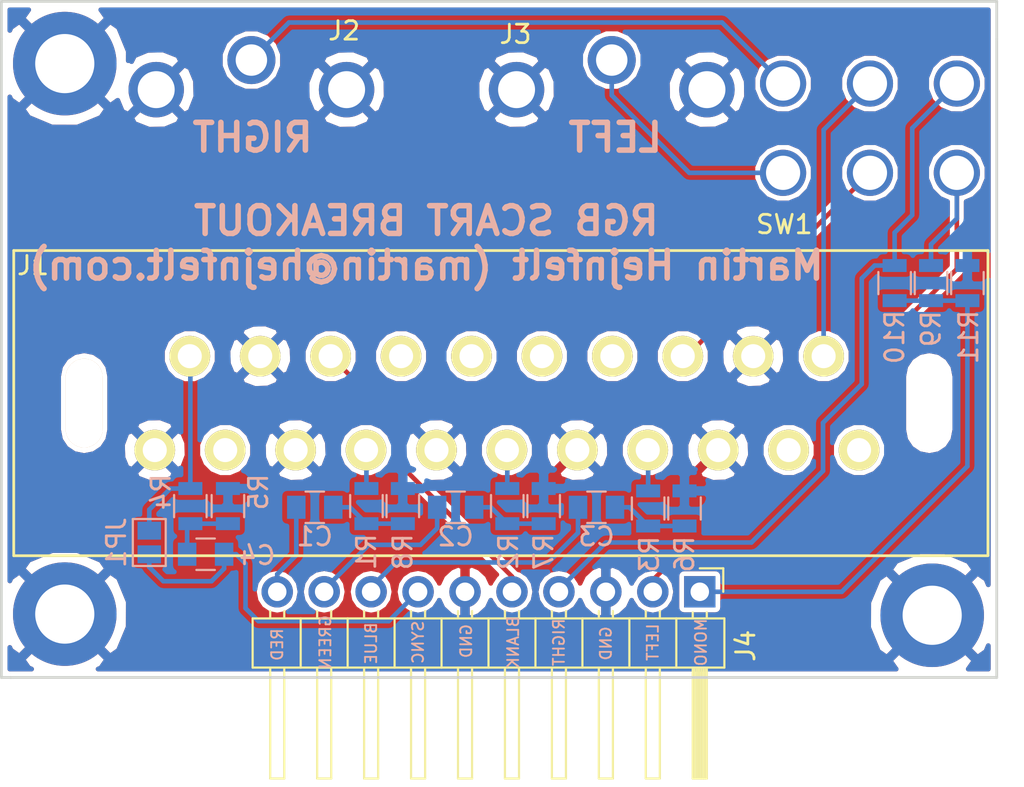
<source format=kicad_pcb>
(kicad_pcb (version 4) (host pcbnew 4.0.7-e2-6376~61~ubuntu18.04.1)

  (general
    (links 50)
    (no_connects 0)
    (area 121.336999 66.980999 175.335001 103.707001)
    (thickness 1.6)
    (drawings 20)
    (tracks 92)
    (zones 0)
    (modules 24)
    (nets 22)
  )

  (page A4)
  (layers
    (0 F.Cu signal)
    (31 B.Cu signal)
    (32 B.Adhes user)
    (33 F.Adhes user)
    (34 B.Paste user)
    (35 F.Paste user)
    (36 B.SilkS user)
    (37 F.SilkS user)
    (38 B.Mask user)
    (39 F.Mask user)
    (40 Dwgs.User user)
    (41 Cmts.User user)
    (42 Eco1.User user)
    (43 Eco2.User user)
    (44 Edge.Cuts user)
    (45 Margin user)
    (46 B.CrtYd user)
    (47 F.CrtYd user)
    (48 B.Fab user)
    (49 F.Fab user)
  )

  (setup
    (last_trace_width 0.25)
    (user_trace_width 0.5)
    (trace_clearance 0.2)
    (zone_clearance 0.254)
    (zone_45_only no)
    (trace_min 0.2)
    (segment_width 0.2)
    (edge_width 0.15)
    (via_size 0.6)
    (via_drill 0.4)
    (via_min_size 0.4)
    (via_min_drill 0.3)
    (uvia_size 0.3)
    (uvia_drill 0.1)
    (uvias_allowed no)
    (uvia_min_size 0.2)
    (uvia_min_drill 0.1)
    (pcb_text_width 0.3)
    (pcb_text_size 1.5 1.5)
    (mod_edge_width 0.15)
    (mod_text_size 1 1)
    (mod_text_width 0.15)
    (pad_size 1.524 1.524)
    (pad_drill 0.762)
    (pad_to_mask_clearance 0.2)
    (aux_axis_origin 0 0)
    (visible_elements FFFFFF7F)
    (pcbplotparams
      (layerselection 0x00030_80000001)
      (usegerberextensions false)
      (excludeedgelayer true)
      (linewidth 0.100000)
      (plotframeref false)
      (viasonmask false)
      (mode 1)
      (useauxorigin false)
      (hpglpennumber 1)
      (hpglpenspeed 20)
      (hpglpendiameter 15)
      (hpglpenoverlay 2)
      (psnegative false)
      (psa4output false)
      (plotreference true)
      (plotvalue true)
      (plotinvisibletext false)
      (padsonsilk false)
      (subtractmaskfromsilk false)
      (outputformat 1)
      (mirror false)
      (drillshape 1)
      (scaleselection 1)
      (outputdirectory ""))
  )

  (net 0 "")
  (net 1 /Red_A)
  (net 2 "Net-(C1-Pad2)")
  (net 3 /Green_A)
  (net 4 "Net-(C2-Pad2)")
  (net 5 /Blue_A)
  (net 6 "Net-(C3-Pad2)")
  (net 7 /Sync_A)
  (net 8 "Net-(C4-Pad2)")
  (net 9 /Sync)
  (net 10 GND)
  (net 11 /Blanking)
  (net 12 /Audio_R)
  (net 13 /Audio_L)
  (net 14 /Red)
  (net 15 /Green)
  (net 16 /Blue)
  (net 17 /Audio_R_EXT)
  (net 18 /Audio_L_EXT)
  (net 19 /Audio_Mono)
  (net 20 /Audio_L_INT)
  (net 21 /Audio_R_INT)

  (net_class Default "This is the default net class."
    (clearance 0.2)
    (trace_width 0.25)
    (via_dia 0.6)
    (via_drill 0.4)
    (uvia_dia 0.3)
    (uvia_drill 0.1)
    (add_net /Audio_L)
    (add_net /Audio_L_EXT)
    (add_net /Audio_L_INT)
    (add_net /Audio_Mono)
    (add_net /Audio_R)
    (add_net /Audio_R_EXT)
    (add_net /Audio_R_INT)
    (add_net /Blanking)
    (add_net /Blue)
    (add_net /Blue_A)
    (add_net /Green)
    (add_net /Green_A)
    (add_net /Red)
    (add_net /Red_A)
    (add_net /Sync)
    (add_net /Sync_A)
    (add_net GND)
    (add_net "Net-(C1-Pad2)")
    (add_net "Net-(C2-Pad2)")
    (add_net "Net-(C3-Pad2)")
    (add_net "Net-(C4-Pad2)")
  )

  (module eswitch-dpdt:eswitch-dpdt-m2 (layer F.Cu) (tedit 5C7C028F) (tstamp 5C782626)
    (at 173.101 71.501 270)
    (path /5C783518)
    (fp_text reference SW1 (at 7.62 9.3345 360) (layer F.SilkS)
      (effects (font (size 1 1) (thickness 0.15)))
    )
    (fp_text value SW_DPDT_x2 (at 2.55 -2.8 270) (layer F.Fab)
      (effects (font (size 1 1) (thickness 0.15)))
    )
    (pad 1 thru_hole circle (at 0 0 270) (size 2.5 2.5) (drill 1.85) (layers *.Cu *.Mask)
      (net 21 /Audio_R_INT))
    (pad 4 thru_hole circle (at 4.83 0 270) (size 2.5 2.5) (drill 1.85) (layers *.Cu *.Mask)
      (net 20 /Audio_L_INT))
    (pad 2 thru_hole circle (at 0 4.7 270) (size 2.5 2.5) (drill 1.85) (layers *.Cu *.Mask)
      (net 12 /Audio_R))
    (pad 5 thru_hole circle (at 4.83 4.7 270) (size 2.5 2.5) (drill 1.85) (layers *.Cu *.Mask)
      (net 13 /Audio_L))
    (pad 3 thru_hole circle (at 0 9.4 270) (size 2.5 2.5) (drill 1.85) (layers *.Cu *.Mask)
      (net 17 /Audio_R_EXT))
    (pad 6 thru_hole circle (at 4.83 9.4 270) (size 2.5 2.5) (drill 1.85) (layers *.Cu *.Mask)
      (net 18 /Audio_L_EXT))
  )

  (module k-scartx-024:K-SCARTX-024 (layer F.Cu) (tedit 5C7BF0A9) (tstamp 5C7825BE)
    (at 148.75 86.25)
    (path /5C781EB4)
    (fp_text reference J1 (at -25.6235 -4.9065) (layer F.SilkS)
      (effects (font (size 1 1) (thickness 0.15)))
    )
    (fp_text value SCART-F (at -26.035 2.54 90) (layer F.Fab)
      (effects (font (size 1 1) (thickness 0.15)))
    )
    (fp_line (start -26.67 -5.715) (end -26.67 10.795) (layer F.SilkS) (width 0.15))
    (fp_line (start -26.67 -5.715) (end 26.03 -5.715) (layer F.SilkS) (width 0.15))
    (fp_line (start -26.67 10.795) (end 26.03 10.795) (layer F.SilkS) (width 0.15))
    (fp_line (start 26.035 -5.715) (end 26.035 10.785) (layer F.SilkS) (width 0.15))
    (pad "" np_thru_hole oval (at -22.86 2.54) (size 2 4.8) (drill oval 2 4.8) (layers *.Cu *.SilkS *.Mask Dwgs.User Eco1.User Eco2.User))
    (pad 20 thru_hole circle (at -17.145 0) (size 2.2 2.2) (drill 1.3) (layers *.Cu *.Mask F.SilkS)
      (net 9 /Sync))
    (pad 18 thru_hole circle (at -13.335 0) (size 2.2 2.2) (drill 1.3) (layers *.Cu *.Mask F.SilkS)
      (net 10 GND))
    (pad 16 thru_hole circle (at -9.525 0) (size 2.2 2.2) (drill 1.3) (layers *.Cu *.Mask F.SilkS)
      (net 11 /Blanking))
    (pad 14 thru_hole circle (at -5.715 0) (size 2.2 2.2) (drill 1.3) (layers *.Cu *.Mask F.SilkS))
    (pad 12 thru_hole circle (at -1.905 0) (size 2.2 2.2) (drill 1.3) (layers *.Cu *.Mask F.SilkS))
    (pad 10 thru_hole circle (at 1.905 0) (size 2.2 2.2) (drill 1.3) (layers *.Cu *.Mask F.SilkS))
    (pad 8 thru_hole circle (at 5.715 0) (size 2.2 2.2) (drill 1.3) (layers *.Cu *.Mask F.SilkS))
    (pad 6 thru_hole circle (at 9.525 0) (size 2.2 2.2) (drill 1.3) (layers *.Cu *.Mask F.SilkS)
      (net 13 /Audio_L))
    (pad 4 thru_hole circle (at 13.335 0) (size 2.2 2.2) (drill 1.3) (layers *.Cu *.Mask F.SilkS)
      (net 10 GND))
    (pad 2 thru_hole circle (at 17.145 0) (size 2.2 2.2) (drill 1.3) (layers *.Cu *.Mask F.SilkS)
      (net 12 /Audio_R))
    (pad 21 thru_hole circle (at -19.04 5.08) (size 2.2 2.2) (drill 1.3) (layers *.Cu *.Mask F.SilkS)
      (net 10 GND))
    (pad 19 thru_hole circle (at -15.23 5.08) (size 2.2 2.2) (drill 1.3) (layers *.Cu *.Mask F.SilkS))
    (pad 17 thru_hole circle (at -11.42 5.08) (size 2.2 2.2) (drill 1.3) (layers *.Cu *.Mask F.SilkS)
      (net 10 GND))
    (pad 15 thru_hole circle (at -7.61 5.08) (size 2.2 2.2) (drill 1.3) (layers *.Cu *.Mask F.SilkS)
      (net 14 /Red))
    (pad 13 thru_hole circle (at -3.8 5.08) (size 2.2 2.2) (drill 1.3) (layers *.Cu *.Mask F.SilkS)
      (net 10 GND))
    (pad 11 thru_hole circle (at 0.01 5.08) (size 2.2 2.2) (drill 1.3) (layers *.Cu *.Mask F.SilkS)
      (net 15 /Green))
    (pad 9 thru_hole circle (at 3.82 5.08) (size 2.2 2.2) (drill 1.3) (layers *.Cu *.Mask F.SilkS)
      (net 10 GND))
    (pad 7 thru_hole circle (at 7.63 5.08) (size 2.2 2.2) (drill 1.3) (layers *.Cu *.Mask F.SilkS)
      (net 16 /Blue))
    (pad 5 thru_hole circle (at 11.44 5.08) (size 2.2 2.2) (drill 1.3) (layers *.Cu *.Mask F.SilkS)
      (net 10 GND))
    (pad 3 thru_hole circle (at 15.25 5.08) (size 2.2 2.2) (drill 1.3) (layers *.Cu *.Mask F.SilkS))
    (pad 1 thru_hole circle (at 19.06 5.08) (size 2.2 2.2) (drill 1.3) (layers *.Cu *.Mask F.SilkS))
    (pad "" np_thru_hole oval (at 22.86 2.54) (size 2 4.8) (drill oval 2 4.8) (layers *.Cu *.Mask))
    (model /home/martin/k-scartx-024.wrl
      (at (xyz -0.01 -0.1 0.2))
      (scale (xyz 0.39 0.39 0.39))
      (rotate (xyz 0 0 0))
    )
  )

  (module Pin_Headers:Pin_Header_Angled_1x10_Pitch2.54mm (layer F.Cu) (tedit 5C7BF22A) (tstamp 5C7825DA)
    (at 159.1945 98.9965 270)
    (descr "Through hole angled pin header, 1x10, 2.54mm pitch, 6mm pin length, single row")
    (tags "Through hole angled pin header THT 1x10 2.54mm single row")
    (path /5C782E1B)
    (fp_text reference J4 (at 2.921 -2.4765 270) (layer F.SilkS)
      (effects (font (size 1 1) (thickness 0.15)))
    )
    (fp_text value Conn_01x10 (at 4.385 25.13 270) (layer F.Fab)
      (effects (font (size 1 1) (thickness 0.15)))
    )
    (fp_line (start 2.135 -1.27) (end 4.04 -1.27) (layer F.Fab) (width 0.1))
    (fp_line (start 4.04 -1.27) (end 4.04 24.13) (layer F.Fab) (width 0.1))
    (fp_line (start 4.04 24.13) (end 1.5 24.13) (layer F.Fab) (width 0.1))
    (fp_line (start 1.5 24.13) (end 1.5 -0.635) (layer F.Fab) (width 0.1))
    (fp_line (start 1.5 -0.635) (end 2.135 -1.27) (layer F.Fab) (width 0.1))
    (fp_line (start -0.32 -0.32) (end 1.5 -0.32) (layer F.Fab) (width 0.1))
    (fp_line (start -0.32 -0.32) (end -0.32 0.32) (layer F.Fab) (width 0.1))
    (fp_line (start -0.32 0.32) (end 1.5 0.32) (layer F.Fab) (width 0.1))
    (fp_line (start 4.04 -0.32) (end 10.04 -0.32) (layer F.Fab) (width 0.1))
    (fp_line (start 10.04 -0.32) (end 10.04 0.32) (layer F.Fab) (width 0.1))
    (fp_line (start 4.04 0.32) (end 10.04 0.32) (layer F.Fab) (width 0.1))
    (fp_line (start -0.32 2.22) (end 1.5 2.22) (layer F.Fab) (width 0.1))
    (fp_line (start -0.32 2.22) (end -0.32 2.86) (layer F.Fab) (width 0.1))
    (fp_line (start -0.32 2.86) (end 1.5 2.86) (layer F.Fab) (width 0.1))
    (fp_line (start 4.04 2.22) (end 10.04 2.22) (layer F.Fab) (width 0.1))
    (fp_line (start 10.04 2.22) (end 10.04 2.86) (layer F.Fab) (width 0.1))
    (fp_line (start 4.04 2.86) (end 10.04 2.86) (layer F.Fab) (width 0.1))
    (fp_line (start -0.32 4.76) (end 1.5 4.76) (layer F.Fab) (width 0.1))
    (fp_line (start -0.32 4.76) (end -0.32 5.4) (layer F.Fab) (width 0.1))
    (fp_line (start -0.32 5.4) (end 1.5 5.4) (layer F.Fab) (width 0.1))
    (fp_line (start 4.04 4.76) (end 10.04 4.76) (layer F.Fab) (width 0.1))
    (fp_line (start 10.04 4.76) (end 10.04 5.4) (layer F.Fab) (width 0.1))
    (fp_line (start 4.04 5.4) (end 10.04 5.4) (layer F.Fab) (width 0.1))
    (fp_line (start -0.32 7.3) (end 1.5 7.3) (layer F.Fab) (width 0.1))
    (fp_line (start -0.32 7.3) (end -0.32 7.94) (layer F.Fab) (width 0.1))
    (fp_line (start -0.32 7.94) (end 1.5 7.94) (layer F.Fab) (width 0.1))
    (fp_line (start 4.04 7.3) (end 10.04 7.3) (layer F.Fab) (width 0.1))
    (fp_line (start 10.04 7.3) (end 10.04 7.94) (layer F.Fab) (width 0.1))
    (fp_line (start 4.04 7.94) (end 10.04 7.94) (layer F.Fab) (width 0.1))
    (fp_line (start -0.32 9.84) (end 1.5 9.84) (layer F.Fab) (width 0.1))
    (fp_line (start -0.32 9.84) (end -0.32 10.48) (layer F.Fab) (width 0.1))
    (fp_line (start -0.32 10.48) (end 1.5 10.48) (layer F.Fab) (width 0.1))
    (fp_line (start 4.04 9.84) (end 10.04 9.84) (layer F.Fab) (width 0.1))
    (fp_line (start 10.04 9.84) (end 10.04 10.48) (layer F.Fab) (width 0.1))
    (fp_line (start 4.04 10.48) (end 10.04 10.48) (layer F.Fab) (width 0.1))
    (fp_line (start -0.32 12.38) (end 1.5 12.38) (layer F.Fab) (width 0.1))
    (fp_line (start -0.32 12.38) (end -0.32 13.02) (layer F.Fab) (width 0.1))
    (fp_line (start -0.32 13.02) (end 1.5 13.02) (layer F.Fab) (width 0.1))
    (fp_line (start 4.04 12.38) (end 10.04 12.38) (layer F.Fab) (width 0.1))
    (fp_line (start 10.04 12.38) (end 10.04 13.02) (layer F.Fab) (width 0.1))
    (fp_line (start 4.04 13.02) (end 10.04 13.02) (layer F.Fab) (width 0.1))
    (fp_line (start -0.32 14.92) (end 1.5 14.92) (layer F.Fab) (width 0.1))
    (fp_line (start -0.32 14.92) (end -0.32 15.56) (layer F.Fab) (width 0.1))
    (fp_line (start -0.32 15.56) (end 1.5 15.56) (layer F.Fab) (width 0.1))
    (fp_line (start 4.04 14.92) (end 10.04 14.92) (layer F.Fab) (width 0.1))
    (fp_line (start 10.04 14.92) (end 10.04 15.56) (layer F.Fab) (width 0.1))
    (fp_line (start 4.04 15.56) (end 10.04 15.56) (layer F.Fab) (width 0.1))
    (fp_line (start -0.32 17.46) (end 1.5 17.46) (layer F.Fab) (width 0.1))
    (fp_line (start -0.32 17.46) (end -0.32 18.1) (layer F.Fab) (width 0.1))
    (fp_line (start -0.32 18.1) (end 1.5 18.1) (layer F.Fab) (width 0.1))
    (fp_line (start 4.04 17.46) (end 10.04 17.46) (layer F.Fab) (width 0.1))
    (fp_line (start 10.04 17.46) (end 10.04 18.1) (layer F.Fab) (width 0.1))
    (fp_line (start 4.04 18.1) (end 10.04 18.1) (layer F.Fab) (width 0.1))
    (fp_line (start -0.32 20) (end 1.5 20) (layer F.Fab) (width 0.1))
    (fp_line (start -0.32 20) (end -0.32 20.64) (layer F.Fab) (width 0.1))
    (fp_line (start -0.32 20.64) (end 1.5 20.64) (layer F.Fab) (width 0.1))
    (fp_line (start 4.04 20) (end 10.04 20) (layer F.Fab) (width 0.1))
    (fp_line (start 10.04 20) (end 10.04 20.64) (layer F.Fab) (width 0.1))
    (fp_line (start 4.04 20.64) (end 10.04 20.64) (layer F.Fab) (width 0.1))
    (fp_line (start -0.32 22.54) (end 1.5 22.54) (layer F.Fab) (width 0.1))
    (fp_line (start -0.32 22.54) (end -0.32 23.18) (layer F.Fab) (width 0.1))
    (fp_line (start -0.32 23.18) (end 1.5 23.18) (layer F.Fab) (width 0.1))
    (fp_line (start 4.04 22.54) (end 10.04 22.54) (layer F.Fab) (width 0.1))
    (fp_line (start 10.04 22.54) (end 10.04 23.18) (layer F.Fab) (width 0.1))
    (fp_line (start 4.04 23.18) (end 10.04 23.18) (layer F.Fab) (width 0.1))
    (fp_line (start 1.44 -1.33) (end 1.44 24.19) (layer F.SilkS) (width 0.12))
    (fp_line (start 1.44 24.19) (end 4.1 24.19) (layer F.SilkS) (width 0.12))
    (fp_line (start 4.1 24.19) (end 4.1 -1.33) (layer F.SilkS) (width 0.12))
    (fp_line (start 4.1 -1.33) (end 1.44 -1.33) (layer F.SilkS) (width 0.12))
    (fp_line (start 4.1 -0.38) (end 10.1 -0.38) (layer F.SilkS) (width 0.12))
    (fp_line (start 10.1 -0.38) (end 10.1 0.38) (layer F.SilkS) (width 0.12))
    (fp_line (start 10.1 0.38) (end 4.1 0.38) (layer F.SilkS) (width 0.12))
    (fp_line (start 4.1 -0.32) (end 10.1 -0.32) (layer F.SilkS) (width 0.12))
    (fp_line (start 4.1 -0.2) (end 10.1 -0.2) (layer F.SilkS) (width 0.12))
    (fp_line (start 4.1 -0.08) (end 10.1 -0.08) (layer F.SilkS) (width 0.12))
    (fp_line (start 4.1 0.04) (end 10.1 0.04) (layer F.SilkS) (width 0.12))
    (fp_line (start 4.1 0.16) (end 10.1 0.16) (layer F.SilkS) (width 0.12))
    (fp_line (start 4.1 0.28) (end 10.1 0.28) (layer F.SilkS) (width 0.12))
    (fp_line (start 1.11 -0.38) (end 1.44 -0.38) (layer F.SilkS) (width 0.12))
    (fp_line (start 1.11 0.38) (end 1.44 0.38) (layer F.SilkS) (width 0.12))
    (fp_line (start 1.44 1.27) (end 4.1 1.27) (layer F.SilkS) (width 0.12))
    (fp_line (start 4.1 2.16) (end 10.1 2.16) (layer F.SilkS) (width 0.12))
    (fp_line (start 10.1 2.16) (end 10.1 2.92) (layer F.SilkS) (width 0.12))
    (fp_line (start 10.1 2.92) (end 4.1 2.92) (layer F.SilkS) (width 0.12))
    (fp_line (start 1.042929 2.16) (end 1.44 2.16) (layer F.SilkS) (width 0.12))
    (fp_line (start 1.042929 2.92) (end 1.44 2.92) (layer F.SilkS) (width 0.12))
    (fp_line (start 1.44 3.81) (end 4.1 3.81) (layer F.SilkS) (width 0.12))
    (fp_line (start 4.1 4.7) (end 10.1 4.7) (layer F.SilkS) (width 0.12))
    (fp_line (start 10.1 4.7) (end 10.1 5.46) (layer F.SilkS) (width 0.12))
    (fp_line (start 10.1 5.46) (end 4.1 5.46) (layer F.SilkS) (width 0.12))
    (fp_line (start 1.042929 4.7) (end 1.44 4.7) (layer F.SilkS) (width 0.12))
    (fp_line (start 1.042929 5.46) (end 1.44 5.46) (layer F.SilkS) (width 0.12))
    (fp_line (start 1.44 6.35) (end 4.1 6.35) (layer F.SilkS) (width 0.12))
    (fp_line (start 4.1 7.24) (end 10.1 7.24) (layer F.SilkS) (width 0.12))
    (fp_line (start 10.1 7.24) (end 10.1 8) (layer F.SilkS) (width 0.12))
    (fp_line (start 10.1 8) (end 4.1 8) (layer F.SilkS) (width 0.12))
    (fp_line (start 1.042929 7.24) (end 1.44 7.24) (layer F.SilkS) (width 0.12))
    (fp_line (start 1.042929 8) (end 1.44 8) (layer F.SilkS) (width 0.12))
    (fp_line (start 1.44 8.89) (end 4.1 8.89) (layer F.SilkS) (width 0.12))
    (fp_line (start 4.1 9.78) (end 10.1 9.78) (layer F.SilkS) (width 0.12))
    (fp_line (start 10.1 9.78) (end 10.1 10.54) (layer F.SilkS) (width 0.12))
    (fp_line (start 10.1 10.54) (end 4.1 10.54) (layer F.SilkS) (width 0.12))
    (fp_line (start 1.042929 9.78) (end 1.44 9.78) (layer F.SilkS) (width 0.12))
    (fp_line (start 1.042929 10.54) (end 1.44 10.54) (layer F.SilkS) (width 0.12))
    (fp_line (start 1.44 11.43) (end 4.1 11.43) (layer F.SilkS) (width 0.12))
    (fp_line (start 4.1 12.32) (end 10.1 12.32) (layer F.SilkS) (width 0.12))
    (fp_line (start 10.1 12.32) (end 10.1 13.08) (layer F.SilkS) (width 0.12))
    (fp_line (start 10.1 13.08) (end 4.1 13.08) (layer F.SilkS) (width 0.12))
    (fp_line (start 1.042929 12.32) (end 1.44 12.32) (layer F.SilkS) (width 0.12))
    (fp_line (start 1.042929 13.08) (end 1.44 13.08) (layer F.SilkS) (width 0.12))
    (fp_line (start 1.44 13.97) (end 4.1 13.97) (layer F.SilkS) (width 0.12))
    (fp_line (start 4.1 14.86) (end 10.1 14.86) (layer F.SilkS) (width 0.12))
    (fp_line (start 10.1 14.86) (end 10.1 15.62) (layer F.SilkS) (width 0.12))
    (fp_line (start 10.1 15.62) (end 4.1 15.62) (layer F.SilkS) (width 0.12))
    (fp_line (start 1.042929 14.86) (end 1.44 14.86) (layer F.SilkS) (width 0.12))
    (fp_line (start 1.042929 15.62) (end 1.44 15.62) (layer F.SilkS) (width 0.12))
    (fp_line (start 1.44 16.51) (end 4.1 16.51) (layer F.SilkS) (width 0.12))
    (fp_line (start 4.1 17.4) (end 10.1 17.4) (layer F.SilkS) (width 0.12))
    (fp_line (start 10.1 17.4) (end 10.1 18.16) (layer F.SilkS) (width 0.12))
    (fp_line (start 10.1 18.16) (end 4.1 18.16) (layer F.SilkS) (width 0.12))
    (fp_line (start 1.042929 17.4) (end 1.44 17.4) (layer F.SilkS) (width 0.12))
    (fp_line (start 1.042929 18.16) (end 1.44 18.16) (layer F.SilkS) (width 0.12))
    (fp_line (start 1.44 19.05) (end 4.1 19.05) (layer F.SilkS) (width 0.12))
    (fp_line (start 4.1 19.94) (end 10.1 19.94) (layer F.SilkS) (width 0.12))
    (fp_line (start 10.1 19.94) (end 10.1 20.7) (layer F.SilkS) (width 0.12))
    (fp_line (start 10.1 20.7) (end 4.1 20.7) (layer F.SilkS) (width 0.12))
    (fp_line (start 1.042929 19.94) (end 1.44 19.94) (layer F.SilkS) (width 0.12))
    (fp_line (start 1.042929 20.7) (end 1.44 20.7) (layer F.SilkS) (width 0.12))
    (fp_line (start 1.44 21.59) (end 4.1 21.59) (layer F.SilkS) (width 0.12))
    (fp_line (start 4.1 22.48) (end 10.1 22.48) (layer F.SilkS) (width 0.12))
    (fp_line (start 10.1 22.48) (end 10.1 23.24) (layer F.SilkS) (width 0.12))
    (fp_line (start 10.1 23.24) (end 4.1 23.24) (layer F.SilkS) (width 0.12))
    (fp_line (start 1.042929 22.48) (end 1.44 22.48) (layer F.SilkS) (width 0.12))
    (fp_line (start 1.042929 23.24) (end 1.44 23.24) (layer F.SilkS) (width 0.12))
    (fp_line (start -1.27 0) (end -1.27 -1.27) (layer F.SilkS) (width 0.12))
    (fp_line (start -1.27 -1.27) (end 0 -1.27) (layer F.SilkS) (width 0.12))
    (fp_line (start -1.8 -1.8) (end -1.8 24.65) (layer F.CrtYd) (width 0.05))
    (fp_line (start -1.8 24.65) (end 10.55 24.65) (layer F.CrtYd) (width 0.05))
    (fp_line (start 10.55 24.65) (end 10.55 -1.8) (layer F.CrtYd) (width 0.05))
    (fp_line (start 10.55 -1.8) (end -1.8 -1.8) (layer F.CrtYd) (width 0.05))
    (fp_text user %R (at 2.77 11.43 360) (layer F.Fab)
      (effects (font (size 1 1) (thickness 0.15)))
    )
    (pad 1 thru_hole rect (at 0 0 270) (size 1.7 1.7) (drill 1) (layers *.Cu *.Mask)
      (net 19 /Audio_Mono))
    (pad 2 thru_hole oval (at 0 2.54 270) (size 1.7 1.7) (drill 1) (layers *.Cu *.Mask)
      (net 20 /Audio_L_INT))
    (pad 3 thru_hole oval (at 0 5.08 270) (size 1.7 1.7) (drill 1) (layers *.Cu *.Mask)
      (net 10 GND))
    (pad 4 thru_hole oval (at 0 7.62 270) (size 1.7 1.7) (drill 1) (layers *.Cu *.Mask)
      (net 21 /Audio_R_INT))
    (pad 5 thru_hole oval (at 0 10.16 270) (size 1.7 1.7) (drill 1) (layers *.Cu *.Mask)
      (net 11 /Blanking))
    (pad 6 thru_hole oval (at 0 12.7 270) (size 1.7 1.7) (drill 1) (layers *.Cu *.Mask)
      (net 10 GND))
    (pad 7 thru_hole oval (at 0 15.24 270) (size 1.7 1.7) (drill 1) (layers *.Cu *.Mask)
      (net 7 /Sync_A))
    (pad 8 thru_hole oval (at 0 17.78 270) (size 1.7 1.7) (drill 1) (layers *.Cu *.Mask)
      (net 5 /Blue_A))
    (pad 9 thru_hole oval (at 0 20.32 270) (size 1.7 1.7) (drill 1) (layers *.Cu *.Mask)
      (net 3 /Green_A))
    (pad 10 thru_hole oval (at 0 22.86 270) (size 1.7 1.7) (drill 1) (layers *.Cu *.Mask)
      (net 1 /Red_A))
    (model ${KISYS3DMOD}/Pin_Headers.3dshapes/Pin_Header_Angled_1x10_Pitch2.54mm.wrl
      (at (xyz 0 0 0))
      (scale (xyz 1 1 1))
      (rotate (xyz 0 0 0))
    )
  )

  (module Capacitors_SMD:C_0805 (layer B.Cu) (tedit 5C7C0383) (tstamp 5C782591)
    (at 138.3665 94.4245)
    (descr "Capacitor SMD 0805, reflow soldering, AVX (see smccp.pdf)")
    (tags "capacitor 0805")
    (path /5C782D01)
    (attr smd)
    (fp_text reference C1 (at 0 1.5875) (layer B.SilkS)
      (effects (font (size 1 1) (thickness 0.15)) (justify mirror))
    )
    (fp_text value 100nF (at 0 -1.75) (layer B.Fab)
      (effects (font (size 1 1) (thickness 0.15)) (justify mirror))
    )
    (fp_text user %R (at 0 1.5) (layer B.Fab)
      (effects (font (size 1 1) (thickness 0.15)) (justify mirror))
    )
    (fp_line (start -1 -0.62) (end -1 0.62) (layer B.Fab) (width 0.1))
    (fp_line (start 1 -0.62) (end -1 -0.62) (layer B.Fab) (width 0.1))
    (fp_line (start 1 0.62) (end 1 -0.62) (layer B.Fab) (width 0.1))
    (fp_line (start -1 0.62) (end 1 0.62) (layer B.Fab) (width 0.1))
    (fp_line (start 0.5 0.85) (end -0.5 0.85) (layer B.SilkS) (width 0.12))
    (fp_line (start -0.5 -0.85) (end 0.5 -0.85) (layer B.SilkS) (width 0.12))
    (fp_line (start -1.75 0.88) (end 1.75 0.88) (layer B.CrtYd) (width 0.05))
    (fp_line (start -1.75 0.88) (end -1.75 -0.87) (layer B.CrtYd) (width 0.05))
    (fp_line (start 1.75 -0.87) (end 1.75 0.88) (layer B.CrtYd) (width 0.05))
    (fp_line (start 1.75 -0.87) (end -1.75 -0.87) (layer B.CrtYd) (width 0.05))
    (pad 1 smd rect (at -1 0) (size 1 1.25) (layers B.Cu B.Paste B.Mask)
      (net 1 /Red_A))
    (pad 2 smd rect (at 1 0) (size 1 1.25) (layers B.Cu B.Paste B.Mask)
      (net 2 "Net-(C1-Pad2)"))
    (model Capacitors_SMD.3dshapes/C_0805.wrl
      (at (xyz 0 0 0))
      (scale (xyz 1 1 1))
      (rotate (xyz 0 0 0))
    )
  )

  (module Capacitors_SMD:C_0805 (layer B.Cu) (tedit 5C7C038E) (tstamp 5C782597)
    (at 145.9865 94.4245)
    (descr "Capacitor SMD 0805, reflow soldering, AVX (see smccp.pdf)")
    (tags "capacitor 0805")
    (path /5C782CA4)
    (attr smd)
    (fp_text reference C2 (at 0 1.5875) (layer B.SilkS)
      (effects (font (size 1 1) (thickness 0.15)) (justify mirror))
    )
    (fp_text value 100nF (at 0 -1.75) (layer B.Fab)
      (effects (font (size 1 1) (thickness 0.15)) (justify mirror))
    )
    (fp_text user %R (at 0 1.5) (layer B.Fab)
      (effects (font (size 1 1) (thickness 0.15)) (justify mirror))
    )
    (fp_line (start -1 -0.62) (end -1 0.62) (layer B.Fab) (width 0.1))
    (fp_line (start 1 -0.62) (end -1 -0.62) (layer B.Fab) (width 0.1))
    (fp_line (start 1 0.62) (end 1 -0.62) (layer B.Fab) (width 0.1))
    (fp_line (start -1 0.62) (end 1 0.62) (layer B.Fab) (width 0.1))
    (fp_line (start 0.5 0.85) (end -0.5 0.85) (layer B.SilkS) (width 0.12))
    (fp_line (start -0.5 -0.85) (end 0.5 -0.85) (layer B.SilkS) (width 0.12))
    (fp_line (start -1.75 0.88) (end 1.75 0.88) (layer B.CrtYd) (width 0.05))
    (fp_line (start -1.75 0.88) (end -1.75 -0.87) (layer B.CrtYd) (width 0.05))
    (fp_line (start 1.75 -0.87) (end 1.75 0.88) (layer B.CrtYd) (width 0.05))
    (fp_line (start 1.75 -0.87) (end -1.75 -0.87) (layer B.CrtYd) (width 0.05))
    (pad 1 smd rect (at -1 0) (size 1 1.25) (layers B.Cu B.Paste B.Mask)
      (net 3 /Green_A))
    (pad 2 smd rect (at 1 0) (size 1 1.25) (layers B.Cu B.Paste B.Mask)
      (net 4 "Net-(C2-Pad2)"))
    (model Capacitors_SMD.3dshapes/C_0805.wrl
      (at (xyz 0 0 0))
      (scale (xyz 1 1 1))
      (rotate (xyz 0 0 0))
    )
  )

  (module Capacitors_SMD:C_0805 (layer B.Cu) (tedit 5C7C0395) (tstamp 5C78259D)
    (at 153.6065 94.4245)
    (descr "Capacitor SMD 0805, reflow soldering, AVX (see smccp.pdf)")
    (tags "capacitor 0805")
    (path /5C782BAF)
    (attr smd)
    (fp_text reference C3 (at 0 1.5875) (layer B.SilkS)
      (effects (font (size 1 1) (thickness 0.15)) (justify mirror))
    )
    (fp_text value 100nF (at 0 -1.75) (layer B.Fab)
      (effects (font (size 1 1) (thickness 0.15)) (justify mirror))
    )
    (fp_text user %R (at 0 1.5) (layer B.Fab)
      (effects (font (size 1 1) (thickness 0.15)) (justify mirror))
    )
    (fp_line (start -1 -0.62) (end -1 0.62) (layer B.Fab) (width 0.1))
    (fp_line (start 1 -0.62) (end -1 -0.62) (layer B.Fab) (width 0.1))
    (fp_line (start 1 0.62) (end 1 -0.62) (layer B.Fab) (width 0.1))
    (fp_line (start -1 0.62) (end 1 0.62) (layer B.Fab) (width 0.1))
    (fp_line (start 0.5 0.85) (end -0.5 0.85) (layer B.SilkS) (width 0.12))
    (fp_line (start -0.5 -0.85) (end 0.5 -0.85) (layer B.SilkS) (width 0.12))
    (fp_line (start -1.75 0.88) (end 1.75 0.88) (layer B.CrtYd) (width 0.05))
    (fp_line (start -1.75 0.88) (end -1.75 -0.87) (layer B.CrtYd) (width 0.05))
    (fp_line (start 1.75 -0.87) (end 1.75 0.88) (layer B.CrtYd) (width 0.05))
    (fp_line (start 1.75 -0.87) (end -1.75 -0.87) (layer B.CrtYd) (width 0.05))
    (pad 1 smd rect (at -1 0) (size 1 1.25) (layers B.Cu B.Paste B.Mask)
      (net 5 /Blue_A))
    (pad 2 smd rect (at 1 0) (size 1 1.25) (layers B.Cu B.Paste B.Mask)
      (net 6 "Net-(C3-Pad2)"))
    (model Capacitors_SMD.3dshapes/C_0805.wrl
      (at (xyz 0 0 0))
      (scale (xyz 1 1 1))
      (rotate (xyz 0 0 0))
    )
  )

  (module Capacitors_SMD:C_0805 (layer B.Cu) (tedit 5C7BFB51) (tstamp 5C7825A3)
    (at 132.461 96.9645 180)
    (descr "Capacitor SMD 0805, reflow soldering, AVX (see smccp.pdf)")
    (tags "capacitor 0805")
    (path /5C7826D1)
    (attr smd)
    (fp_text reference C4 (at -2.794 -0.0635 360) (layer B.SilkS)
      (effects (font (size 1 1) (thickness 0.15)) (justify mirror))
    )
    (fp_text value 100nF (at 0 -1.75 180) (layer B.Fab)
      (effects (font (size 1 1) (thickness 0.15)) (justify mirror))
    )
    (fp_text user %R (at 0 1.5 180) (layer B.Fab)
      (effects (font (size 1 1) (thickness 0.15)) (justify mirror))
    )
    (fp_line (start -1 -0.62) (end -1 0.62) (layer B.Fab) (width 0.1))
    (fp_line (start 1 -0.62) (end -1 -0.62) (layer B.Fab) (width 0.1))
    (fp_line (start 1 0.62) (end 1 -0.62) (layer B.Fab) (width 0.1))
    (fp_line (start -1 0.62) (end 1 0.62) (layer B.Fab) (width 0.1))
    (fp_line (start 0.5 0.85) (end -0.5 0.85) (layer B.SilkS) (width 0.12))
    (fp_line (start -0.5 -0.85) (end 0.5 -0.85) (layer B.SilkS) (width 0.12))
    (fp_line (start -1.75 0.88) (end 1.75 0.88) (layer B.CrtYd) (width 0.05))
    (fp_line (start -1.75 0.88) (end -1.75 -0.87) (layer B.CrtYd) (width 0.05))
    (fp_line (start 1.75 -0.87) (end 1.75 0.88) (layer B.CrtYd) (width 0.05))
    (fp_line (start 1.75 -0.87) (end -1.75 -0.87) (layer B.CrtYd) (width 0.05))
    (pad 1 smd rect (at -1 0 180) (size 1 1.25) (layers B.Cu B.Paste B.Mask)
      (net 7 /Sync_A))
    (pad 2 smd rect (at 1 0 180) (size 1 1.25) (layers B.Cu B.Paste B.Mask)
      (net 8 "Net-(C4-Pad2)"))
    (model Capacitors_SMD.3dshapes/C_0805.wrl
      (at (xyz 0 0 0))
      (scale (xyz 1 1 1))
      (rotate (xyz 0 0 0))
    )
  )

  (module rca:RCJ-02 (layer F.Cu) (tedit 5C7C029A) (tstamp 5C7825C5)
    (at 134.9375 70.231)
    (path /5C78451A)
    (fp_text reference J2 (at 5.0165 -1.5875) (layer F.SilkS)
      (effects (font (size 1 1) (thickness 0.15)))
    )
    (fp_text value Conn_Coaxial (at -4.15 -2.25) (layer F.Fab)
      (effects (font (size 1 1) (thickness 0.15)))
    )
    (pad 2 thru_hole circle (at -5.15 1.6) (size 3 3) (drill 2) (layers *.Cu *.Mask)
      (net 10 GND))
    (pad 2 thru_hole circle (at 5.15 1.6) (size 3 3) (drill 2) (layers *.Cu *.Mask)
      (net 10 GND))
    (pad 1 thru_hole circle (at 0 0) (size 2.6 2.6) (drill 1.7) (layers *.Cu *.Mask)
      (net 17 /Audio_R_EXT))
    (model /home/martin/rca-02x.wrl
      (at (xyz 0 -0.06 0.1))
      (scale (xyz 0.39 0.39 0.39))
      (rotate (xyz 0 0 0))
    )
  )

  (module rca:RCJ-02 (layer F.Cu) (tedit 5C7C0141) (tstamp 5C7825CC)
    (at 154.432 70.231)
    (path /5C78458D)
    (fp_text reference J3 (at -5.207 -1.397) (layer F.SilkS)
      (effects (font (size 1 1) (thickness 0.15)))
    )
    (fp_text value Conn_Coaxial (at -4.15 -2.25) (layer F.Fab)
      (effects (font (size 1 1) (thickness 0.15)))
    )
    (pad 2 thru_hole circle (at -5.15 1.6) (size 3 3) (drill 2) (layers *.Cu *.Mask)
      (net 10 GND))
    (pad 2 thru_hole circle (at 5.15 1.6) (size 3 3) (drill 2) (layers *.Cu *.Mask)
      (net 10 GND))
    (pad 1 thru_hole circle (at 0 0) (size 2.6 2.6) (drill 1.7) (layers *.Cu *.Mask)
      (net 18 /Audio_L_EXT))
    (model /home/martin/rca-02x.wrl
      (at (xyz 0 -0.06 0.1))
      (scale (xyz 0.39 0.39 0.39))
      (rotate (xyz 0 0 0))
    )
  )

  (module Resistors_SMD:R_0805 (layer B.Cu) (tedit 5C7BF0EB) (tstamp 5C7825E0)
    (at 141.1605 94.361 270)
    (descr "Resistor SMD 0805, reflow soldering, Vishay (see dcrcw.pdf)")
    (tags "resistor 0805")
    (path /5C782974)
    (attr smd)
    (fp_text reference R1 (at 2.4765 0 450) (layer B.SilkS)
      (effects (font (size 1 1) (thickness 0.15)) (justify mirror))
    )
    (fp_text value 30R (at 0 -1.75 270) (layer B.Fab)
      (effects (font (size 1 1) (thickness 0.15)) (justify mirror))
    )
    (fp_text user %R (at 0 0 270) (layer B.Fab)
      (effects (font (size 0.5 0.5) (thickness 0.075)) (justify mirror))
    )
    (fp_line (start -1 -0.62) (end -1 0.62) (layer B.Fab) (width 0.1))
    (fp_line (start 1 -0.62) (end -1 -0.62) (layer B.Fab) (width 0.1))
    (fp_line (start 1 0.62) (end 1 -0.62) (layer B.Fab) (width 0.1))
    (fp_line (start -1 0.62) (end 1 0.62) (layer B.Fab) (width 0.1))
    (fp_line (start 0.6 -0.88) (end -0.6 -0.88) (layer B.SilkS) (width 0.12))
    (fp_line (start -0.6 0.88) (end 0.6 0.88) (layer B.SilkS) (width 0.12))
    (fp_line (start -1.55 0.9) (end 1.55 0.9) (layer B.CrtYd) (width 0.05))
    (fp_line (start -1.55 0.9) (end -1.55 -0.9) (layer B.CrtYd) (width 0.05))
    (fp_line (start 1.55 -0.9) (end 1.55 0.9) (layer B.CrtYd) (width 0.05))
    (fp_line (start 1.55 -0.9) (end -1.55 -0.9) (layer B.CrtYd) (width 0.05))
    (pad 1 smd rect (at -0.95 0 270) (size 0.7 1.3) (layers B.Cu B.Paste B.Mask)
      (net 14 /Red))
    (pad 2 smd rect (at 0.95 0 270) (size 0.7 1.3) (layers B.Cu B.Paste B.Mask)
      (net 2 "Net-(C1-Pad2)"))
    (model ${KISYS3DMOD}/Resistors_SMD.3dshapes/R_0805.wrl
      (at (xyz 0 0 0))
      (scale (xyz 1 1 1))
      (rotate (xyz 0 0 0))
    )
  )

  (module Resistors_SMD:R_0805 (layer B.Cu) (tedit 5C7BF0F6) (tstamp 5C7825E6)
    (at 148.7805 94.361 270)
    (descr "Resistor SMD 0805, reflow soldering, Vishay (see dcrcw.pdf)")
    (tags "resistor 0805")
    (path /5C78291C)
    (attr smd)
    (fp_text reference R2 (at 2.4765 -0.0635 450) (layer B.SilkS)
      (effects (font (size 1 1) (thickness 0.15)) (justify mirror))
    )
    (fp_text value 30R (at 0 -1.75 270) (layer B.Fab)
      (effects (font (size 1 1) (thickness 0.15)) (justify mirror))
    )
    (fp_text user %R (at 0 0 270) (layer B.Fab)
      (effects (font (size 0.5 0.5) (thickness 0.075)) (justify mirror))
    )
    (fp_line (start -1 -0.62) (end -1 0.62) (layer B.Fab) (width 0.1))
    (fp_line (start 1 -0.62) (end -1 -0.62) (layer B.Fab) (width 0.1))
    (fp_line (start 1 0.62) (end 1 -0.62) (layer B.Fab) (width 0.1))
    (fp_line (start -1 0.62) (end 1 0.62) (layer B.Fab) (width 0.1))
    (fp_line (start 0.6 -0.88) (end -0.6 -0.88) (layer B.SilkS) (width 0.12))
    (fp_line (start -0.6 0.88) (end 0.6 0.88) (layer B.SilkS) (width 0.12))
    (fp_line (start -1.55 0.9) (end 1.55 0.9) (layer B.CrtYd) (width 0.05))
    (fp_line (start -1.55 0.9) (end -1.55 -0.9) (layer B.CrtYd) (width 0.05))
    (fp_line (start 1.55 -0.9) (end 1.55 0.9) (layer B.CrtYd) (width 0.05))
    (fp_line (start 1.55 -0.9) (end -1.55 -0.9) (layer B.CrtYd) (width 0.05))
    (pad 1 smd rect (at -0.95 0 270) (size 0.7 1.3) (layers B.Cu B.Paste B.Mask)
      (net 15 /Green))
    (pad 2 smd rect (at 0.95 0 270) (size 0.7 1.3) (layers B.Cu B.Paste B.Mask)
      (net 4 "Net-(C2-Pad2)"))
    (model ${KISYS3DMOD}/Resistors_SMD.3dshapes/R_0805.wrl
      (at (xyz 0 0 0))
      (scale (xyz 1 1 1))
      (rotate (xyz 0 0 0))
    )
  )

  (module Resistors_SMD:R_0805 (layer B.Cu) (tedit 5C7BF103) (tstamp 5C7825EC)
    (at 156.4005 94.488 270)
    (descr "Resistor SMD 0805, reflow soldering, Vishay (see dcrcw.pdf)")
    (tags "resistor 0805")
    (path /5C7824C9)
    (attr smd)
    (fp_text reference R3 (at 2.4765 -0.0635 450) (layer B.SilkS)
      (effects (font (size 1 1) (thickness 0.15)) (justify mirror))
    )
    (fp_text value 30R (at 0 -1.75 270) (layer B.Fab)
      (effects (font (size 1 1) (thickness 0.15)) (justify mirror))
    )
    (fp_text user %R (at 0 0 270) (layer B.Fab)
      (effects (font (size 0.5 0.5) (thickness 0.075)) (justify mirror))
    )
    (fp_line (start -1 -0.62) (end -1 0.62) (layer B.Fab) (width 0.1))
    (fp_line (start 1 -0.62) (end -1 -0.62) (layer B.Fab) (width 0.1))
    (fp_line (start 1 0.62) (end 1 -0.62) (layer B.Fab) (width 0.1))
    (fp_line (start -1 0.62) (end 1 0.62) (layer B.Fab) (width 0.1))
    (fp_line (start 0.6 -0.88) (end -0.6 -0.88) (layer B.SilkS) (width 0.12))
    (fp_line (start -0.6 0.88) (end 0.6 0.88) (layer B.SilkS) (width 0.12))
    (fp_line (start -1.55 0.9) (end 1.55 0.9) (layer B.CrtYd) (width 0.05))
    (fp_line (start -1.55 0.9) (end -1.55 -0.9) (layer B.CrtYd) (width 0.05))
    (fp_line (start 1.55 -0.9) (end 1.55 0.9) (layer B.CrtYd) (width 0.05))
    (fp_line (start 1.55 -0.9) (end -1.55 -0.9) (layer B.CrtYd) (width 0.05))
    (pad 1 smd rect (at -0.95 0 270) (size 0.7 1.3) (layers B.Cu B.Paste B.Mask)
      (net 16 /Blue))
    (pad 2 smd rect (at 0.95 0 270) (size 0.7 1.3) (layers B.Cu B.Paste B.Mask)
      (net 6 "Net-(C3-Pad2)"))
    (model ${KISYS3DMOD}/Resistors_SMD.3dshapes/R_0805.wrl
      (at (xyz 0 0 0))
      (scale (xyz 1 1 1))
      (rotate (xyz 0 0 0))
    )
  )

  (module Resistors_SMD:R_0805 (layer B.Cu) (tedit 5C7BFB90) (tstamp 5C7825F2)
    (at 131.6355 94.361 270)
    (descr "Resistor SMD 0805, reflow soldering, Vishay (see dcrcw.pdf)")
    (tags "resistor 0805")
    (path /5C7828C0)
    (attr smd)
    (fp_text reference R4 (at -0.762 1.5875 270) (layer B.SilkS)
      (effects (font (size 1 1) (thickness 0.15)) (justify mirror))
    )
    (fp_text value 30R (at 0 -1.75 270) (layer B.Fab)
      (effects (font (size 1 1) (thickness 0.15)) (justify mirror))
    )
    (fp_text user %R (at 0 0 270) (layer B.Fab)
      (effects (font (size 0.5 0.5) (thickness 0.075)) (justify mirror))
    )
    (fp_line (start -1 -0.62) (end -1 0.62) (layer B.Fab) (width 0.1))
    (fp_line (start 1 -0.62) (end -1 -0.62) (layer B.Fab) (width 0.1))
    (fp_line (start 1 0.62) (end 1 -0.62) (layer B.Fab) (width 0.1))
    (fp_line (start -1 0.62) (end 1 0.62) (layer B.Fab) (width 0.1))
    (fp_line (start 0.6 -0.88) (end -0.6 -0.88) (layer B.SilkS) (width 0.12))
    (fp_line (start -0.6 0.88) (end 0.6 0.88) (layer B.SilkS) (width 0.12))
    (fp_line (start -1.55 0.9) (end 1.55 0.9) (layer B.CrtYd) (width 0.05))
    (fp_line (start -1.55 0.9) (end -1.55 -0.9) (layer B.CrtYd) (width 0.05))
    (fp_line (start 1.55 -0.9) (end 1.55 0.9) (layer B.CrtYd) (width 0.05))
    (fp_line (start 1.55 -0.9) (end -1.55 -0.9) (layer B.CrtYd) (width 0.05))
    (pad 1 smd rect (at -0.95 0 270) (size 0.7 1.3) (layers B.Cu B.Paste B.Mask)
      (net 9 /Sync))
    (pad 2 smd rect (at 0.95 0 270) (size 0.7 1.3) (layers B.Cu B.Paste B.Mask)
      (net 8 "Net-(C4-Pad2)"))
    (model ${KISYS3DMOD}/Resistors_SMD.3dshapes/R_0805.wrl
      (at (xyz 0 0 0))
      (scale (xyz 1 1 1))
      (rotate (xyz 0 0 0))
    )
  )

  (module Resistors_SMD:R_0805 (layer B.Cu) (tedit 5C7BFB2A) (tstamp 5C7825F8)
    (at 133.6675 94.361 270)
    (descr "Resistor SMD 0805, reflow soldering, Vishay (see dcrcw.pdf)")
    (tags "resistor 0805")
    (path /5C78229A)
    (attr smd)
    (fp_text reference R5 (at -0.762 -1.651 270) (layer B.SilkS)
      (effects (font (size 1 1) (thickness 0.15)) (justify mirror))
    )
    (fp_text value 75R (at 0 -1.75 270) (layer B.Fab)
      (effects (font (size 1 1) (thickness 0.15)) (justify mirror))
    )
    (fp_text user %R (at 0 0 270) (layer B.Fab)
      (effects (font (size 0.5 0.5) (thickness 0.075)) (justify mirror))
    )
    (fp_line (start -1 -0.62) (end -1 0.62) (layer B.Fab) (width 0.1))
    (fp_line (start 1 -0.62) (end -1 -0.62) (layer B.Fab) (width 0.1))
    (fp_line (start 1 0.62) (end 1 -0.62) (layer B.Fab) (width 0.1))
    (fp_line (start -1 0.62) (end 1 0.62) (layer B.Fab) (width 0.1))
    (fp_line (start 0.6 -0.88) (end -0.6 -0.88) (layer B.SilkS) (width 0.12))
    (fp_line (start -0.6 0.88) (end 0.6 0.88) (layer B.SilkS) (width 0.12))
    (fp_line (start -1.55 0.9) (end 1.55 0.9) (layer B.CrtYd) (width 0.05))
    (fp_line (start -1.55 0.9) (end -1.55 -0.9) (layer B.CrtYd) (width 0.05))
    (fp_line (start 1.55 -0.9) (end 1.55 0.9) (layer B.CrtYd) (width 0.05))
    (fp_line (start 1.55 -0.9) (end -1.55 -0.9) (layer B.CrtYd) (width 0.05))
    (pad 1 smd rect (at -0.95 0 270) (size 0.7 1.3) (layers B.Cu B.Paste B.Mask)
      (net 10 GND))
    (pad 2 smd rect (at 0.95 0 270) (size 0.7 1.3) (layers B.Cu B.Paste B.Mask)
      (net 8 "Net-(C4-Pad2)"))
    (model ${KISYS3DMOD}/Resistors_SMD.3dshapes/R_0805.wrl
      (at (xyz 0 0 0))
      (scale (xyz 1 1 1))
      (rotate (xyz 0 0 0))
    )
  )

  (module Resistors_SMD:R_0805 (layer B.Cu) (tedit 5C7BF107) (tstamp 5C7825FE)
    (at 158.369 94.488 270)
    (descr "Resistor SMD 0805, reflow soldering, Vishay (see dcrcw.pdf)")
    (tags "resistor 0805")
    (path /5C78234C)
    (attr smd)
    (fp_text reference R6 (at 2.4765 0 450) (layer B.SilkS)
      (effects (font (size 1 1) (thickness 0.15)) (justify mirror))
    )
    (fp_text value 75R (at 0 -1.75 270) (layer B.Fab)
      (effects (font (size 1 1) (thickness 0.15)) (justify mirror))
    )
    (fp_text user %R (at 0 0 270) (layer B.Fab)
      (effects (font (size 0.5 0.5) (thickness 0.075)) (justify mirror))
    )
    (fp_line (start -1 -0.62) (end -1 0.62) (layer B.Fab) (width 0.1))
    (fp_line (start 1 -0.62) (end -1 -0.62) (layer B.Fab) (width 0.1))
    (fp_line (start 1 0.62) (end 1 -0.62) (layer B.Fab) (width 0.1))
    (fp_line (start -1 0.62) (end 1 0.62) (layer B.Fab) (width 0.1))
    (fp_line (start 0.6 -0.88) (end -0.6 -0.88) (layer B.SilkS) (width 0.12))
    (fp_line (start -0.6 0.88) (end 0.6 0.88) (layer B.SilkS) (width 0.12))
    (fp_line (start -1.55 0.9) (end 1.55 0.9) (layer B.CrtYd) (width 0.05))
    (fp_line (start -1.55 0.9) (end -1.55 -0.9) (layer B.CrtYd) (width 0.05))
    (fp_line (start 1.55 -0.9) (end 1.55 0.9) (layer B.CrtYd) (width 0.05))
    (fp_line (start 1.55 -0.9) (end -1.55 -0.9) (layer B.CrtYd) (width 0.05))
    (pad 1 smd rect (at -0.95 0 270) (size 0.7 1.3) (layers B.Cu B.Paste B.Mask)
      (net 10 GND))
    (pad 2 smd rect (at 0.95 0 270) (size 0.7 1.3) (layers B.Cu B.Paste B.Mask)
      (net 6 "Net-(C3-Pad2)"))
    (model ${KISYS3DMOD}/Resistors_SMD.3dshapes/R_0805.wrl
      (at (xyz 0 0 0))
      (scale (xyz 1 1 1))
      (rotate (xyz 0 0 0))
    )
  )

  (module Resistors_SMD:R_0805 (layer B.Cu) (tedit 5C7BF0FB) (tstamp 5C782604)
    (at 150.749 94.361 270)
    (descr "Resistor SMD 0805, reflow soldering, Vishay (see dcrcw.pdf)")
    (tags "resistor 0805")
    (path /5C78236C)
    (attr smd)
    (fp_text reference R7 (at 2.4765 0 450) (layer B.SilkS)
      (effects (font (size 1 1) (thickness 0.15)) (justify mirror))
    )
    (fp_text value 75R (at 0 -1.75 270) (layer B.Fab)
      (effects (font (size 1 1) (thickness 0.15)) (justify mirror))
    )
    (fp_text user %R (at 0 0 270) (layer B.Fab)
      (effects (font (size 0.5 0.5) (thickness 0.075)) (justify mirror))
    )
    (fp_line (start -1 -0.62) (end -1 0.62) (layer B.Fab) (width 0.1))
    (fp_line (start 1 -0.62) (end -1 -0.62) (layer B.Fab) (width 0.1))
    (fp_line (start 1 0.62) (end 1 -0.62) (layer B.Fab) (width 0.1))
    (fp_line (start -1 0.62) (end 1 0.62) (layer B.Fab) (width 0.1))
    (fp_line (start 0.6 -0.88) (end -0.6 -0.88) (layer B.SilkS) (width 0.12))
    (fp_line (start -0.6 0.88) (end 0.6 0.88) (layer B.SilkS) (width 0.12))
    (fp_line (start -1.55 0.9) (end 1.55 0.9) (layer B.CrtYd) (width 0.05))
    (fp_line (start -1.55 0.9) (end -1.55 -0.9) (layer B.CrtYd) (width 0.05))
    (fp_line (start 1.55 -0.9) (end 1.55 0.9) (layer B.CrtYd) (width 0.05))
    (fp_line (start 1.55 -0.9) (end -1.55 -0.9) (layer B.CrtYd) (width 0.05))
    (pad 1 smd rect (at -0.95 0 270) (size 0.7 1.3) (layers B.Cu B.Paste B.Mask)
      (net 10 GND))
    (pad 2 smd rect (at 0.95 0 270) (size 0.7 1.3) (layers B.Cu B.Paste B.Mask)
      (net 4 "Net-(C2-Pad2)"))
    (model ${KISYS3DMOD}/Resistors_SMD.3dshapes/R_0805.wrl
      (at (xyz 0 0 0))
      (scale (xyz 1 1 1))
      (rotate (xyz 0 0 0))
    )
  )

  (module Resistors_SMD:R_0805 (layer B.Cu) (tedit 5C7BF0F1) (tstamp 5C78260A)
    (at 143.129 94.361 270)
    (descr "Resistor SMD 0805, reflow soldering, Vishay (see dcrcw.pdf)")
    (tags "resistor 0805")
    (path /5C78245C)
    (attr smd)
    (fp_text reference R8 (at 2.4765 0 450) (layer B.SilkS)
      (effects (font (size 1 1) (thickness 0.15)) (justify mirror))
    )
    (fp_text value 75R (at 0 -1.75 270) (layer B.Fab)
      (effects (font (size 1 1) (thickness 0.15)) (justify mirror))
    )
    (fp_text user %R (at 0 0 270) (layer B.Fab)
      (effects (font (size 0.5 0.5) (thickness 0.075)) (justify mirror))
    )
    (fp_line (start -1 -0.62) (end -1 0.62) (layer B.Fab) (width 0.1))
    (fp_line (start 1 -0.62) (end -1 -0.62) (layer B.Fab) (width 0.1))
    (fp_line (start 1 0.62) (end 1 -0.62) (layer B.Fab) (width 0.1))
    (fp_line (start -1 0.62) (end 1 0.62) (layer B.Fab) (width 0.1))
    (fp_line (start 0.6 -0.88) (end -0.6 -0.88) (layer B.SilkS) (width 0.12))
    (fp_line (start -0.6 0.88) (end 0.6 0.88) (layer B.SilkS) (width 0.12))
    (fp_line (start -1.55 0.9) (end 1.55 0.9) (layer B.CrtYd) (width 0.05))
    (fp_line (start -1.55 0.9) (end -1.55 -0.9) (layer B.CrtYd) (width 0.05))
    (fp_line (start 1.55 -0.9) (end 1.55 0.9) (layer B.CrtYd) (width 0.05))
    (fp_line (start 1.55 -0.9) (end -1.55 -0.9) (layer B.CrtYd) (width 0.05))
    (pad 1 smd rect (at -0.95 0 270) (size 0.7 1.3) (layers B.Cu B.Paste B.Mask)
      (net 10 GND))
    (pad 2 smd rect (at 0.95 0 270) (size 0.7 1.3) (layers B.Cu B.Paste B.Mask)
      (net 2 "Net-(C1-Pad2)"))
    (model ${KISYS3DMOD}/Resistors_SMD.3dshapes/R_0805.wrl
      (at (xyz 0 0 0))
      (scale (xyz 1 1 1))
      (rotate (xyz 0 0 0))
    )
  )

  (module Resistors_SMD:R_0805 (layer B.Cu) (tedit 5C7BF093) (tstamp 5C782610)
    (at 171.704 82.296 270)
    (descr "Resistor SMD 0805, reflow soldering, Vishay (see dcrcw.pdf)")
    (tags "resistor 0805")
    (path /5C78308B)
    (attr smd)
    (fp_text reference R9 (at 2.4765 0 270) (layer B.SilkS)
      (effects (font (size 1 1) (thickness 0.15)) (justify mirror))
    )
    (fp_text value 470R (at 0 -1.75 270) (layer B.Fab)
      (effects (font (size 1 1) (thickness 0.15)) (justify mirror))
    )
    (fp_text user %R (at 0 0 270) (layer B.Fab)
      (effects (font (size 0.5 0.5) (thickness 0.075)) (justify mirror))
    )
    (fp_line (start -1 -0.62) (end -1 0.62) (layer B.Fab) (width 0.1))
    (fp_line (start 1 -0.62) (end -1 -0.62) (layer B.Fab) (width 0.1))
    (fp_line (start 1 0.62) (end 1 -0.62) (layer B.Fab) (width 0.1))
    (fp_line (start -1 0.62) (end 1 0.62) (layer B.Fab) (width 0.1))
    (fp_line (start 0.6 -0.88) (end -0.6 -0.88) (layer B.SilkS) (width 0.12))
    (fp_line (start -0.6 0.88) (end 0.6 0.88) (layer B.SilkS) (width 0.12))
    (fp_line (start -1.55 0.9) (end 1.55 0.9) (layer B.CrtYd) (width 0.05))
    (fp_line (start -1.55 0.9) (end -1.55 -0.9) (layer B.CrtYd) (width 0.05))
    (fp_line (start 1.55 -0.9) (end 1.55 0.9) (layer B.CrtYd) (width 0.05))
    (fp_line (start 1.55 -0.9) (end -1.55 -0.9) (layer B.CrtYd) (width 0.05))
    (pad 1 smd rect (at -0.95 0 270) (size 0.7 1.3) (layers B.Cu B.Paste B.Mask)
      (net 20 /Audio_L_INT))
    (pad 2 smd rect (at 0.95 0 270) (size 0.7 1.3) (layers B.Cu B.Paste B.Mask)
      (net 19 /Audio_Mono))
    (model ${KISYS3DMOD}/Resistors_SMD.3dshapes/R_0805.wrl
      (at (xyz 0 0 0))
      (scale (xyz 1 1 1))
      (rotate (xyz 0 0 0))
    )
  )

  (module Resistors_SMD:R_0805 (layer B.Cu) (tedit 5C7BF08A) (tstamp 5C782616)
    (at 169.7355 82.296 270)
    (descr "Resistor SMD 0805, reflow soldering, Vishay (see dcrcw.pdf)")
    (tags "resistor 0805")
    (path /5C78312D)
    (attr smd)
    (fp_text reference R10 (at 2.921 0 270) (layer B.SilkS)
      (effects (font (size 1 1) (thickness 0.15)) (justify mirror))
    )
    (fp_text value 470R (at 0 -1.75 270) (layer B.Fab)
      (effects (font (size 1 1) (thickness 0.15)) (justify mirror))
    )
    (fp_text user %R (at 0 0 270) (layer B.Fab)
      (effects (font (size 0.5 0.5) (thickness 0.075)) (justify mirror))
    )
    (fp_line (start -1 -0.62) (end -1 0.62) (layer B.Fab) (width 0.1))
    (fp_line (start 1 -0.62) (end -1 -0.62) (layer B.Fab) (width 0.1))
    (fp_line (start 1 0.62) (end 1 -0.62) (layer B.Fab) (width 0.1))
    (fp_line (start -1 0.62) (end 1 0.62) (layer B.Fab) (width 0.1))
    (fp_line (start 0.6 -0.88) (end -0.6 -0.88) (layer B.SilkS) (width 0.12))
    (fp_line (start -0.6 0.88) (end 0.6 0.88) (layer B.SilkS) (width 0.12))
    (fp_line (start -1.55 0.9) (end 1.55 0.9) (layer B.CrtYd) (width 0.05))
    (fp_line (start -1.55 0.9) (end -1.55 -0.9) (layer B.CrtYd) (width 0.05))
    (fp_line (start 1.55 -0.9) (end 1.55 0.9) (layer B.CrtYd) (width 0.05))
    (fp_line (start 1.55 -0.9) (end -1.55 -0.9) (layer B.CrtYd) (width 0.05))
    (pad 1 smd rect (at -0.95 0 270) (size 0.7 1.3) (layers B.Cu B.Paste B.Mask)
      (net 21 /Audio_R_INT))
    (pad 2 smd rect (at 0.95 0 270) (size 0.7 1.3) (layers B.Cu B.Paste B.Mask)
      (net 19 /Audio_Mono))
    (model ${KISYS3DMOD}/Resistors_SMD.3dshapes/R_0805.wrl
      (at (xyz 0 0 0))
      (scale (xyz 1 1 1))
      (rotate (xyz 0 0 0))
    )
  )

  (module Resistors_SMD:R_0805 (layer B.Cu) (tedit 5C7BF09D) (tstamp 5C78261C)
    (at 173.6725 82.296 270)
    (descr "Resistor SMD 0805, reflow soldering, Vishay (see dcrcw.pdf)")
    (tags "resistor 0805")
    (path /5C7831A5)
    (attr smd)
    (fp_text reference R11 (at 2.921 -0.0635 270) (layer B.SilkS)
      (effects (font (size 1 1) (thickness 0.15)) (justify mirror))
    )
    (fp_text value 20K (at 0 -1.75 270) (layer B.Fab)
      (effects (font (size 1 1) (thickness 0.15)) (justify mirror))
    )
    (fp_text user %R (at 0 0 270) (layer B.Fab)
      (effects (font (size 0.5 0.5) (thickness 0.075)) (justify mirror))
    )
    (fp_line (start -1 -0.62) (end -1 0.62) (layer B.Fab) (width 0.1))
    (fp_line (start 1 -0.62) (end -1 -0.62) (layer B.Fab) (width 0.1))
    (fp_line (start 1 0.62) (end 1 -0.62) (layer B.Fab) (width 0.1))
    (fp_line (start -1 0.62) (end 1 0.62) (layer B.Fab) (width 0.1))
    (fp_line (start 0.6 -0.88) (end -0.6 -0.88) (layer B.SilkS) (width 0.12))
    (fp_line (start -0.6 0.88) (end 0.6 0.88) (layer B.SilkS) (width 0.12))
    (fp_line (start -1.55 0.9) (end 1.55 0.9) (layer B.CrtYd) (width 0.05))
    (fp_line (start -1.55 0.9) (end -1.55 -0.9) (layer B.CrtYd) (width 0.05))
    (fp_line (start 1.55 -0.9) (end 1.55 0.9) (layer B.CrtYd) (width 0.05))
    (fp_line (start 1.55 -0.9) (end -1.55 -0.9) (layer B.CrtYd) (width 0.05))
    (pad 1 smd rect (at -0.95 0 270) (size 0.7 1.3) (layers B.Cu B.Paste B.Mask)
      (net 10 GND))
    (pad 2 smd rect (at 0.95 0 270) (size 0.7 1.3) (layers B.Cu B.Paste B.Mask)
      (net 19 /Audio_Mono))
    (model ${KISYS3DMOD}/Resistors_SMD.3dshapes/R_0805.wrl
      (at (xyz 0 0 0))
      (scale (xyz 1 1 1))
      (rotate (xyz 0 0 0))
    )
  )

  (module Mounting_Holes:MountingHole_3.2mm_M3_DIN965_Pad (layer F.Cu) (tedit 5C7BFC2F) (tstamp 5C7BFAE5)
    (at 171.7675 100.2665)
    (descr "Mounting Hole 3.2mm, M3, DIN965")
    (tags "mounting hole 3.2mm m3 din965")
    (path /5C7BFAC0)
    (fp_text reference J5 (at 0 -3.8) (layer F.SilkS) hide
      (effects (font (size 1 1) (thickness 0.15)))
    )
    (fp_text value TEST_1P (at 0 3.8) (layer F.Fab)
      (effects (font (size 1 1) (thickness 0.15)))
    )
    (fp_circle (center 0 0) (end 2.8 0) (layer Cmts.User) (width 0.15))
    (fp_circle (center 0 0) (end 3.05 0) (layer F.CrtYd) (width 0.05))
    (pad 1 thru_hole circle (at 0 0) (size 5.6 5.6) (drill 3.2) (layers *.Cu *.Mask)
      (net 10 GND))
  )

  (module Mounting_Holes:MountingHole_3.2mm_M3_DIN965_Pad (layer F.Cu) (tedit 5C7BFC1F) (tstamp 5C7BFAEA)
    (at 124.841 100.203)
    (descr "Mounting Hole 3.2mm, M3, DIN965")
    (tags "mounting hole 3.2mm m3 din965")
    (path /5C7BFB8D)
    (fp_text reference J6 (at 3.1115 2.4765) (layer F.SilkS) hide
      (effects (font (size 1 1) (thickness 0.15)))
    )
    (fp_text value TEST_1P (at 0 3.8) (layer F.Fab)
      (effects (font (size 1 1) (thickness 0.15)))
    )
    (fp_circle (center 0 0) (end 2.8 0) (layer Cmts.User) (width 0.15))
    (fp_circle (center 0 0) (end 3.05 0) (layer F.CrtYd) (width 0.05))
    (pad 1 thru_hole circle (at 0 0) (size 5.6 5.6) (drill 3.2) (layers *.Cu *.Mask)
      (net 10 GND))
  )

  (module Connectors:GS2 (layer B.Cu) (tedit 586134A1) (tstamp 5C7BFAF0)
    (at 129.413 96.3295 180)
    (descr "2-pin solder bridge")
    (tags "solder bridge")
    (path /5C7841E3)
    (attr smd)
    (fp_text reference JP1 (at 1.78 0 450) (layer B.SilkS)
      (effects (font (size 1 1) (thickness 0.15)) (justify mirror))
    )
    (fp_text value Jumper (at -1.8 0 450) (layer B.Fab)
      (effects (font (size 1 1) (thickness 0.15)) (justify mirror))
    )
    (fp_line (start 1.1 1.45) (end 1.1 -1.5) (layer B.CrtYd) (width 0.05))
    (fp_line (start 1.1 -1.5) (end -1.1 -1.5) (layer B.CrtYd) (width 0.05))
    (fp_line (start -1.1 -1.5) (end -1.1 1.45) (layer B.CrtYd) (width 0.05))
    (fp_line (start -1.1 1.45) (end 1.1 1.45) (layer B.CrtYd) (width 0.05))
    (fp_line (start -0.89 1.27) (end -0.89 -1.27) (layer B.SilkS) (width 0.12))
    (fp_line (start 0.89 -1.27) (end 0.89 1.27) (layer B.SilkS) (width 0.12))
    (fp_line (start 0.89 -1.27) (end -0.89 -1.27) (layer B.SilkS) (width 0.12))
    (fp_line (start -0.89 1.27) (end 0.89 1.27) (layer B.SilkS) (width 0.12))
    (pad 1 smd rect (at 0 0.64 180) (size 1.27 0.97) (layers B.Cu B.Paste B.Mask)
      (net 9 /Sync))
    (pad 2 smd rect (at 0 -0.64 180) (size 1.27 0.97) (layers B.Cu B.Paste B.Mask)
      (net 7 /Sync_A))
  )

  (module Mounting_Holes:MountingHole_3.2mm_M3_DIN965_Pad (layer F.Cu) (tedit 5C7C0119) (tstamp 5C7C0121)
    (at 124.841 70.4215)
    (descr "Mounting Hole 3.2mm, M3, DIN965")
    (tags "mounting hole 3.2mm m3 din965")
    (path /5C7C01FF)
    (fp_text reference J7 (at 0 -3.8) (layer F.SilkS) hide
      (effects (font (size 1 1) (thickness 0.15)))
    )
    (fp_text value TEST_1P (at 0 3.8) (layer F.Fab)
      (effects (font (size 1 1) (thickness 0.15)))
    )
    (fp_circle (center 0 0) (end 2.8 0) (layer Cmts.User) (width 0.15))
    (fp_circle (center 0 0) (end 3.05 0) (layer F.CrtYd) (width 0.05))
    (pad 1 thru_hole circle (at 0 0) (size 5.6 5.6) (drill 3.2) (layers *.Cu *.Mask)
      (net 10 GND))
  )

  (gr_line (start 121.412 69.088) (end 121.412 67.056) (angle 90) (layer Edge.Cuts) (width 0.15))
  (gr_line (start 175.26 69.088) (end 175.26 67.056) (angle 90) (layer Edge.Cuts) (width 0.15))
  (gr_text "RGB SCART BREAKOUT\nMartin Hejnfelt (martin@hejnfelt.com)" (at 144.399 80.137) (layer B.SilkS)
    (effects (font (size 1.5 1.5) (thickness 0.3)) (justify mirror))
  )
  (gr_text RED (at 136.3345 101.854 90) (layer B.SilkS)
    (effects (font (size 0.6 0.6) (thickness 0.1)) (justify mirror))
  )
  (gr_text GREEN (at 138.938 101.727 90) (layer B.SilkS)
    (effects (font (size 0.6 0.6) (thickness 0.1)) (justify mirror))
  )
  (gr_text BLUE (at 141.4145 101.7905 90) (layer B.SilkS)
    (effects (font (size 0.6 0.6) (thickness 0.1)) (justify mirror))
  )
  (gr_text SYNC (at 143.9545 101.727 90) (layer B.SilkS)
    (effects (font (size 0.6 0.6) (thickness 0.1)) (justify mirror))
  )
  (gr_text GND (at 146.558 101.6635 90) (layer B.SilkS)
    (effects (font (size 0.6 0.6) (thickness 0.1)) (justify mirror))
  )
  (gr_text BLANK (at 149.098 101.727 90) (layer B.SilkS)
    (effects (font (size 0.6 0.6) (thickness 0.1)) (justify mirror))
  )
  (gr_text MONO (at 159.258 101.727 90) (layer B.SilkS)
    (effects (font (size 0.6 0.6) (thickness 0.1)) (justify mirror))
  )
  (gr_text GND (at 154.1145 101.7905 90) (layer B.SilkS)
    (effects (font (size 0.6 0.6) (thickness 0.1)) (justify mirror))
  )
  (gr_text RIGHT (at 151.5745 101.727 90) (layer B.SilkS)
    (effects (font (size 0.6 0.6) (thickness 0.1)) (justify mirror))
  )
  (gr_text LEFT (at 156.6545 101.727 90) (layer B.SilkS)
    (effects (font (size 0.6 0.6) (thickness 0.1)) (justify mirror))
  )
  (gr_text RIGHT (at 135.001 74.422) (layer B.SilkS)
    (effects (font (size 1.5 1.5) (thickness 0.3)) (justify mirror))
  )
  (gr_text LEFT (at 154.6225 74.422) (layer B.SilkS)
    (effects (font (size 1.5 1.5) (thickness 0.3)) (justify mirror))
  )
  (gr_line (start 121.412 103.632) (end 121.92 103.632) (angle 90) (layer Edge.Cuts) (width 0.15))
  (gr_line (start 121.412 69.088) (end 121.412 103.632) (angle 90) (layer Edge.Cuts) (width 0.15))
  (gr_line (start 175.26 67.056) (end 121.412 67.056) (angle 90) (layer Edge.Cuts) (width 0.15))
  (gr_line (start 175.26 103.632) (end 175.26 69.088) (angle 90) (layer Edge.Cuts) (width 0.15))
  (gr_line (start 121.92 103.632) (end 175.26 103.632) (angle 90) (layer Edge.Cuts) (width 0.15))

  (segment (start 136.3345 98.9965) (end 136.3345 98.044) (width 0.25) (layer B.Cu) (net 1))
  (segment (start 137.3665 97.012) (end 137.3665 94.4245) (width 0.25) (layer B.Cu) (net 1) (tstamp 5C7BF0BD))
  (segment (start 136.3345 98.044) (end 137.3665 97.012) (width 0.25) (layer B.Cu) (net 1) (tstamp 5C7BF0BC))
  (segment (start 141.1605 95.311) (end 143.129 95.311) (width 0.25) (layer B.Cu) (net 2) (status 30))
  (segment (start 139.3665 94.4245) (end 140.274 94.4245) (width 0.25) (layer B.Cu) (net 2) (status 10))
  (segment (start 140.274 94.4245) (end 141.1605 95.311) (width 0.25) (layer B.Cu) (net 2) (tstamp 5C78580E) (status 20))
  (segment (start 138.8745 98.9965) (end 138.8745 98.8695) (width 0.25) (layer B.Cu) (net 3))
  (segment (start 138.8745 98.8695) (end 141.2875 96.4565) (width 0.25) (layer B.Cu) (net 3) (tstamp 5C7BF0B5))
  (segment (start 141.2875 96.4565) (end 144.0815 96.4565) (width 0.25) (layer B.Cu) (net 3) (tstamp 5C7BF0B6))
  (segment (start 144.0815 96.4565) (end 144.9865 95.5515) (width 0.25) (layer B.Cu) (net 3) (tstamp 5C7BF0B8))
  (segment (start 144.9865 95.5515) (end 144.9865 94.4245) (width 0.25) (layer B.Cu) (net 3) (tstamp 5C7BF0B9))
  (segment (start 148.7805 95.311) (end 150.749 95.311) (width 0.25) (layer B.Cu) (net 4) (status 30))
  (segment (start 146.9865 94.4245) (end 147.894 94.4245) (width 0.25) (layer B.Cu) (net 4) (status 10))
  (segment (start 147.894 94.4245) (end 148.7805 95.311) (width 0.25) (layer B.Cu) (net 4) (tstamp 5C785812) (status 20))
  (segment (start 141.4145 98.9965) (end 141.4145 98.7425) (width 0.25) (layer B.Cu) (net 5))
  (segment (start 141.4145 98.7425) (end 142.748 97.409) (width 0.25) (layer B.Cu) (net 5) (tstamp 5C7BF0AC))
  (segment (start 142.748 97.409) (end 151.003 97.409) (width 0.25) (layer B.Cu) (net 5) (tstamp 5C7BF0AD))
  (segment (start 151.003 97.409) (end 152.6065 95.8055) (width 0.25) (layer B.Cu) (net 5) (tstamp 5C7BF0AF))
  (segment (start 152.6065 95.8055) (end 152.6065 94.4245) (width 0.25) (layer B.Cu) (net 5) (tstamp 5C7BF0B1))
  (segment (start 156.4005 95.438) (end 158.369 95.438) (width 0.25) (layer B.Cu) (net 6) (status 30))
  (segment (start 154.6065 94.4245) (end 155.387 94.4245) (width 0.25) (layer B.Cu) (net 6) (status 10))
  (segment (start 155.387 94.4245) (end 156.4005 95.438) (width 0.25) (layer B.Cu) (net 6) (tstamp 5C785828) (status 20))
  (segment (start 133.461 96.9645) (end 134.112 96.9645) (width 0.25) (layer B.Cu) (net 7))
  (segment (start 142.367 100.584) (end 143.9545 98.9965) (width 0.25) (layer B.Cu) (net 7) (tstamp 5C7BFBF4))
  (segment (start 135.3185 100.584) (end 142.367 100.584) (width 0.25) (layer B.Cu) (net 7) (tstamp 5C7BFBF3))
  (segment (start 134.62 99.8855) (end 135.3185 100.584) (width 0.25) (layer B.Cu) (net 7) (tstamp 5C7BFBF2))
  (segment (start 134.62 97.4725) (end 134.62 99.8855) (width 0.25) (layer B.Cu) (net 7) (tstamp 5C7BFBF1))
  (segment (start 134.112 96.9645) (end 134.62 97.4725) (width 0.25) (layer B.Cu) (net 7) (tstamp 5C7BFBF0))
  (segment (start 129.413 96.9695) (end 129.413 97.663) (width 0.25) (layer B.Cu) (net 7))
  (segment (start 133.461 97.7425) (end 133.461 96.9645) (width 0.25) (layer B.Cu) (net 7) (tstamp 5C7BFBED))
  (segment (start 132.7785 98.425) (end 133.461 97.7425) (width 0.25) (layer B.Cu) (net 7) (tstamp 5C7BFBEC))
  (segment (start 130.175 98.425) (end 132.7785 98.425) (width 0.25) (layer B.Cu) (net 7) (tstamp 5C7BFBEB))
  (segment (start 129.413 97.663) (end 130.175 98.425) (width 0.25) (layer B.Cu) (net 7) (tstamp 5C7BFBEA))
  (segment (start 131.461 96.9645) (end 131.461 95.4855) (width 0.25) (layer B.Cu) (net 8))
  (segment (start 131.461 95.4855) (end 131.6355 95.311) (width 0.25) (layer B.Cu) (net 8) (tstamp 5C7BFBE7))
  (segment (start 131.6355 95.311) (end 133.6675 95.311) (width 0.25) (layer B.Cu) (net 8))
  (segment (start 129.413 95.6895) (end 129.413 94.5515) (width 0.25) (layer B.Cu) (net 9))
  (segment (start 130.5535 93.411) (end 131.6355 93.411) (width 0.25) (layer B.Cu) (net 9) (tstamp 5C7BFBE3))
  (segment (start 129.413 94.5515) (end 130.5535 93.411) (width 0.25) (layer B.Cu) (net 9) (tstamp 5C7BFBE1))
  (segment (start 131.6355 93.411) (end 131.6355 86.2805) (width 0.25) (layer B.Cu) (net 9))
  (segment (start 131.6355 86.2805) (end 131.605 86.25) (width 0.25) (layer B.Cu) (net 9) (tstamp 5C7BF619))
  (segment (start 149.0345 98.9965) (end 149.0345 98.171) (width 0.25) (layer F.Cu) (net 11))
  (segment (start 149.0345 98.171) (end 143.002 92.1385) (width 0.25) (layer F.Cu) (net 11) (tstamp 5C7BF09C))
  (segment (start 143.002 92.1385) (end 143.002 90.027) (width 0.25) (layer F.Cu) (net 11) (tstamp 5C7BF09D))
  (segment (start 143.002 90.027) (end 139.225 86.25) (width 0.25) (layer F.Cu) (net 11) (tstamp 5C7BF09F))
  (segment (start 165.895 86.25) (end 165.895 74.007) (width 0.25) (layer B.Cu) (net 12))
  (segment (start 165.895 74.007) (end 168.401 71.501) (width 0.25) (layer B.Cu) (net 12) (tstamp 5C7C1F9C))
  (segment (start 158.275 86.25) (end 158.482 86.25) (width 0.25) (layer F.Cu) (net 13))
  (segment (start 158.482 86.25) (end 168.401 76.331) (width 0.25) (layer F.Cu) (net 13) (tstamp 5C7C1FA1))
  (segment (start 141.1605 93.411) (end 141.1605 91.3505) (width 0.25) (layer B.Cu) (net 14) (status 30))
  (segment (start 141.1605 91.3505) (end 141.14 91.33) (width 0.25) (layer B.Cu) (net 14) (tstamp 5C78581D) (status 30))
  (segment (start 148.7805 93.411) (end 148.7805 91.3505) (width 0.25) (layer B.Cu) (net 15) (status 30))
  (segment (start 148.7805 91.3505) (end 148.76 91.33) (width 0.25) (layer B.Cu) (net 15) (tstamp 5C785831) (status 30))
  (segment (start 156.4005 93.538) (end 156.4005 91.3505) (width 0.25) (layer B.Cu) (net 16) (status 30))
  (segment (start 156.4005 91.3505) (end 156.38 91.33) (width 0.25) (layer B.Cu) (net 16) (tstamp 5C78582D) (status 30))
  (segment (start 134.9375 70.231) (end 136.9695 68.199) (width 0.25) (layer B.Cu) (net 17))
  (segment (start 160.399 68.199) (end 163.701 71.501) (width 0.25) (layer B.Cu) (net 17) (tstamp 5C7C1FBD))
  (segment (start 136.9695 68.199) (end 160.399 68.199) (width 0.25) (layer B.Cu) (net 17) (tstamp 5C7C1FBA))
  (segment (start 154.432 70.231) (end 154.432 72.136) (width 0.25) (layer B.Cu) (net 18))
  (segment (start 158.627 76.331) (end 163.701 76.331) (width 0.25) (layer B.Cu) (net 18) (tstamp 5C7C1FB6))
  (segment (start 154.432 72.136) (end 158.627 76.331) (width 0.25) (layer B.Cu) (net 18) (tstamp 5C7C1FB4))
  (segment (start 162.367 98.9965) (end 166.878 98.9965) (width 0.25) (layer B.Cu) (net 19))
  (segment (start 159.1945 98.9965) (end 162.367 98.9965) (width 0.25) (layer B.Cu) (net 19))
  (segment (start 173.6725 92.202) (end 173.6725 83.246) (width 0.25) (layer B.Cu) (net 19) (tstamp 5C7BF4E2))
  (segment (start 166.878 98.9965) (end 173.6725 92.202) (width 0.25) (layer B.Cu) (net 19) (tstamp 5C7BF4DF))
  (segment (start 171.704 83.246) (end 173.6725 83.246) (width 0.25) (layer B.Cu) (net 19) (status 30))
  (segment (start 169.7355 83.246) (end 171.704 83.246) (width 0.25) (layer B.Cu) (net 19) (status 30))
  (segment (start 156.6545 98.9965) (end 156.6545 98.3615) (width 0.25) (layer F.Cu) (net 20))
  (segment (start 156.6545 98.3615) (end 157.861 97.155) (width 0.25) (layer F.Cu) (net 20) (tstamp 5C7C2222))
  (segment (start 173.101 81.534) (end 173.101 76.331) (width 0.25) (layer F.Cu) (net 20) (tstamp 5C7C2233))
  (segment (start 169.672 84.963) (end 173.101 81.534) (width 0.25) (layer F.Cu) (net 20) (tstamp 5C7C222B))
  (segment (start 169.672 93.472) (end 169.672 84.963) (width 0.25) (layer F.Cu) (net 20) (tstamp 5C7C2228))
  (segment (start 165.989 97.155) (end 169.672 93.472) (width 0.25) (layer F.Cu) (net 20) (tstamp 5C7C2226))
  (segment (start 157.861 97.155) (end 165.989 97.155) (width 0.25) (layer F.Cu) (net 20) (tstamp 5C7C2223))
  (segment (start 173.101 76.331) (end 173.101 78.8035) (width 0.25) (layer B.Cu) (net 20))
  (segment (start 171.704 80.2005) (end 173.101 78.8035) (width 0.25) (layer B.Cu) (net 20) (tstamp 5C7C020E))
  (segment (start 171.704 80.2005) (end 171.704 81.346) (width 0.25) (layer B.Cu) (net 20))
  (segment (start 156.6545 98.9965) (end 156.6545 98.933) (width 0.25) (layer B.Cu) (net 20))
  (segment (start 171.704 81.346) (end 171.8285 81.346) (width 0.25) (layer B.Cu) (net 20) (status 30))
  (segment (start 170.688 78.613) (end 170.688 73.914) (width 0.25) (layer B.Cu) (net 21))
  (segment (start 169.7355 79.5655) (end 170.688 78.613) (width 0.25) (layer B.Cu) (net 21) (tstamp 5C7C0214))
  (segment (start 169.7355 81.346) (end 169.7355 79.5655) (width 0.25) (layer B.Cu) (net 21))
  (segment (start 170.688 73.914) (end 173.101 71.501) (width 0.25) (layer B.Cu) (net 21) (tstamp 5C7C1703))
  (segment (start 169.7355 81.346) (end 168.6535 81.346) (width 0.25) (layer B.Cu) (net 21))
  (segment (start 154.1145 96.3295) (end 161.9885 96.3295) (width 0.25) (layer B.Cu) (net 21) (tstamp 5C7BF094))
  (segment (start 154.1145 96.3295) (end 151.5745 98.8695) (width 0.25) (layer B.Cu) (net 21) (tstamp 5C7BF093))
  (segment (start 165.862 92.456) (end 161.9885 96.3295) (width 0.25) (layer B.Cu) (net 21) (tstamp 5C7BF473))
  (segment (start 165.862 89.8525) (end 165.862 92.456) (width 0.25) (layer B.Cu) (net 21) (tstamp 5C7BF471))
  (segment (start 167.9575 87.757) (end 165.862 89.8525) (width 0.25) (layer B.Cu) (net 21) (tstamp 5C7BF46D))
  (segment (start 167.9575 82.042) (end 167.9575 87.757) (width 0.25) (layer B.Cu) (net 21) (tstamp 5C7BF46C))
  (segment (start 168.6535 81.346) (end 167.9575 82.042) (width 0.25) (layer B.Cu) (net 21) (tstamp 5C7BF46B))
  (segment (start 151.5745 98.9965) (end 151.5745 98.8695) (width 0.25) (layer B.Cu) (net 21))

  (zone (net 10) (net_name GND) (layer F.Cu) (tstamp 5C7858BB) (hatch edge 0.508)
    (connect_pads (clearance 0.254))
    (min_thickness 0.254)
    (fill yes (arc_segments 16) (thermal_gap 0.508) (thermal_bridge_width 0.508))
    (polygon
      (pts
        (xy 175.133 103.505) (xy 121.539 103.505) (xy 121.539 67.183) (xy 175.133 67.183)
      )
    )
    (filled_polygon
      (pts
        (xy 122.886501 67.515297) (xy 122.568265 67.96916) (xy 124.841 70.241895) (xy 127.113735 67.96916) (xy 126.795499 67.515297)
        (xy 126.787606 67.512) (xy 174.804 67.512) (xy 174.804 98.6183) (xy 174.685378 98.329473) (xy 174.673703 98.312001)
        (xy 174.21984 97.993765) (xy 171.947105 100.2665) (xy 174.21984 102.539235) (xy 174.673703 102.220999) (xy 174.804 101.909084)
        (xy 174.804 103.176) (xy 173.717065 103.176) (xy 173.721999 103.172703) (xy 174.040235 102.71884) (xy 171.7675 100.446105)
        (xy 169.494765 102.71884) (xy 169.813001 103.172703) (xy 169.820894 103.176) (xy 126.643813 103.176) (xy 126.778027 103.120878)
        (xy 126.795499 103.109203) (xy 127.113735 102.65534) (xy 124.841 100.382605) (xy 122.568265 102.65534) (xy 122.886501 103.109203)
        (xy 123.046405 103.176) (xy 121.868 103.176) (xy 121.868 102.005813) (xy 121.923122 102.140027) (xy 121.934797 102.157499)
        (xy 122.38866 102.475735) (xy 124.661395 100.203) (xy 125.020605 100.203) (xy 127.29334 102.475735) (xy 127.747203 102.157499)
        (xy 128.256019 100.939456) (xy 168.330465 100.939456) (xy 168.849622 102.203527) (xy 168.861297 102.220999) (xy 169.31516 102.539235)
        (xy 171.587895 100.2665) (xy 169.31516 97.993765) (xy 168.861297 98.312001) (xy 168.334564 99.572934) (xy 168.330465 100.939456)
        (xy 128.256019 100.939456) (xy 128.273936 100.896566) (xy 128.278035 99.530044) (xy 128.049003 98.972383) (xy 135.1035 98.972383)
        (xy 135.1035 99.020617) (xy 135.197204 99.4917) (xy 135.464052 99.891065) (xy 135.863417 100.157913) (xy 136.3345 100.251617)
        (xy 136.805583 100.157913) (xy 137.204948 99.891065) (xy 137.471796 99.4917) (xy 137.5655 99.020617) (xy 137.5655 98.972383)
        (xy 137.6435 98.972383) (xy 137.6435 99.020617) (xy 137.737204 99.4917) (xy 138.004052 99.891065) (xy 138.403417 100.157913)
        (xy 138.8745 100.251617) (xy 139.345583 100.157913) (xy 139.744948 99.891065) (xy 140.011796 99.4917) (xy 140.1055 99.020617)
        (xy 140.1055 98.972383) (xy 140.1835 98.972383) (xy 140.1835 99.020617) (xy 140.277204 99.4917) (xy 140.544052 99.891065)
        (xy 140.943417 100.157913) (xy 141.4145 100.251617) (xy 141.885583 100.157913) (xy 142.284948 99.891065) (xy 142.551796 99.4917)
        (xy 142.6455 99.020617) (xy 142.6455 98.972383) (xy 142.7235 98.972383) (xy 142.7235 99.020617) (xy 142.817204 99.4917)
        (xy 143.084052 99.891065) (xy 143.483417 100.157913) (xy 143.9545 100.251617) (xy 144.425583 100.157913) (xy 144.824948 99.891065)
        (xy 145.091796 99.4917) (xy 145.099583 99.452553) (xy 145.299317 99.877858) (xy 145.727576 100.268145) (xy 146.13761 100.437976)
        (xy 146.3675 100.316655) (xy 146.3675 99.1235) (xy 146.3475 99.1235) (xy 146.3475 98.8695) (xy 146.3675 98.8695)
        (xy 146.3675 97.676345) (xy 146.13761 97.555024) (xy 145.727576 97.724855) (xy 145.299317 98.115142) (xy 145.099583 98.540447)
        (xy 145.091796 98.5013) (xy 144.824948 98.101935) (xy 144.425583 97.835087) (xy 143.9545 97.741383) (xy 143.483417 97.835087)
        (xy 143.084052 98.101935) (xy 142.817204 98.5013) (xy 142.7235 98.972383) (xy 142.6455 98.972383) (xy 142.551796 98.5013)
        (xy 142.284948 98.101935) (xy 141.885583 97.835087) (xy 141.4145 97.741383) (xy 140.943417 97.835087) (xy 140.544052 98.101935)
        (xy 140.277204 98.5013) (xy 140.1835 98.972383) (xy 140.1055 98.972383) (xy 140.011796 98.5013) (xy 139.744948 98.101935)
        (xy 139.345583 97.835087) (xy 138.8745 97.741383) (xy 138.403417 97.835087) (xy 138.004052 98.101935) (xy 137.737204 98.5013)
        (xy 137.6435 98.972383) (xy 137.5655 98.972383) (xy 137.471796 98.5013) (xy 137.204948 98.101935) (xy 136.805583 97.835087)
        (xy 136.3345 97.741383) (xy 135.863417 97.835087) (xy 135.464052 98.101935) (xy 135.197204 98.5013) (xy 135.1035 98.972383)
        (xy 128.049003 98.972383) (xy 127.758878 98.265973) (xy 127.747203 98.248501) (xy 127.29334 97.930265) (xy 125.020605 100.203)
        (xy 124.661395 100.203) (xy 122.38866 97.930265) (xy 121.934797 98.248501) (xy 121.868 98.408405) (xy 121.868 97.75066)
        (xy 122.568265 97.75066) (xy 124.841 100.023395) (xy 127.113735 97.75066) (xy 126.795499 97.296797) (xy 125.534566 96.770064)
        (xy 124.168044 96.765965) (xy 122.903973 97.285122) (xy 122.886501 97.296797) (xy 122.568265 97.75066) (xy 121.868 97.75066)
        (xy 121.868 92.554868) (xy 128.664737 92.554868) (xy 128.775641 92.832099) (xy 129.421593 93.075323) (xy 130.111453 93.052836)
        (xy 130.644359 92.832099) (xy 130.755263 92.554868) (xy 129.71 91.509605) (xy 128.664737 92.554868) (xy 121.868 92.554868)
        (xy 121.868 87.335517) (xy 124.509 87.335517) (xy 124.509 90.244483) (xy 124.614122 90.772969) (xy 124.913486 91.220997)
        (xy 125.361514 91.520361) (xy 125.89 91.625483) (xy 126.418486 91.520361) (xy 126.866514 91.220997) (xy 126.986388 91.041593)
        (xy 127.964677 91.041593) (xy 127.987164 91.731453) (xy 128.207901 92.264359) (xy 128.485132 92.375263) (xy 129.530395 91.33)
        (xy 129.889605 91.33) (xy 130.934868 92.375263) (xy 131.212099 92.264359) (xy 131.453481 91.623297) (xy 132.038743 91.623297)
        (xy 132.263737 92.167823) (xy 132.679985 92.584799) (xy 133.224118 92.810743) (xy 133.813297 92.811257) (xy 134.357823 92.586263)
        (xy 134.389272 92.554868) (xy 136.284737 92.554868) (xy 136.395641 92.832099) (xy 137.041593 93.075323) (xy 137.731453 93.052836)
        (xy 138.264359 92.832099) (xy 138.375263 92.554868) (xy 137.33 91.509605) (xy 136.284737 92.554868) (xy 134.389272 92.554868)
        (xy 134.774799 92.170015) (xy 135.000743 91.625882) (xy 135.001252 91.041593) (xy 135.584677 91.041593) (xy 135.607164 91.731453)
        (xy 135.827901 92.264359) (xy 136.105132 92.375263) (xy 137.150395 91.33) (xy 137.509605 91.33) (xy 138.554868 92.375263)
        (xy 138.832099 92.264359) (xy 139.075323 91.618407) (xy 139.052836 90.928547) (xy 138.832099 90.395641) (xy 138.554868 90.284737)
        (xy 137.509605 91.33) (xy 137.150395 91.33) (xy 136.105132 90.284737) (xy 135.827901 90.395641) (xy 135.584677 91.041593)
        (xy 135.001252 91.041593) (xy 135.001257 91.036703) (xy 134.776263 90.492177) (xy 134.389894 90.105132) (xy 136.284737 90.105132)
        (xy 137.33 91.150395) (xy 138.375263 90.105132) (xy 138.264359 89.827901) (xy 137.618407 89.584677) (xy 136.928547 89.607164)
        (xy 136.395641 89.827901) (xy 136.284737 90.105132) (xy 134.389894 90.105132) (xy 134.360015 90.075201) (xy 133.815882 89.849257)
        (xy 133.226703 89.848743) (xy 132.682177 90.073737) (xy 132.265201 90.489985) (xy 132.039257 91.034118) (xy 132.038743 91.623297)
        (xy 131.453481 91.623297) (xy 131.455323 91.618407) (xy 131.432836 90.928547) (xy 131.212099 90.395641) (xy 130.934868 90.284737)
        (xy 129.889605 91.33) (xy 129.530395 91.33) (xy 128.485132 90.284737) (xy 128.207901 90.395641) (xy 127.964677 91.041593)
        (xy 126.986388 91.041593) (xy 127.165878 90.772969) (xy 127.271 90.244483) (xy 127.271 90.105132) (xy 128.664737 90.105132)
        (xy 129.71 91.150395) (xy 130.755263 90.105132) (xy 130.644359 89.827901) (xy 129.998407 89.584677) (xy 129.308547 89.607164)
        (xy 128.775641 89.827901) (xy 128.664737 90.105132) (xy 127.271 90.105132) (xy 127.271 87.335517) (xy 127.165878 86.807031)
        (xy 126.989656 86.543297) (xy 130.123743 86.543297) (xy 130.348737 87.087823) (xy 130.764985 87.504799) (xy 131.309118 87.730743)
        (xy 131.898297 87.731257) (xy 132.442823 87.506263) (xy 132.474272 87.474868) (xy 134.369737 87.474868) (xy 134.480641 87.752099)
        (xy 135.126593 87.995323) (xy 135.816453 87.972836) (xy 136.349359 87.752099) (xy 136.460263 87.474868) (xy 135.415 86.429605)
        (xy 134.369737 87.474868) (xy 132.474272 87.474868) (xy 132.859799 87.090015) (xy 133.085743 86.545882) (xy 133.086252 85.961593)
        (xy 133.669677 85.961593) (xy 133.692164 86.651453) (xy 133.912901 87.184359) (xy 134.190132 87.295263) (xy 135.235395 86.25)
        (xy 135.594605 86.25) (xy 136.639868 87.295263) (xy 136.917099 87.184359) (xy 137.158481 86.543297) (xy 137.743743 86.543297)
        (xy 137.968737 87.087823) (xy 138.384985 87.504799) (xy 138.929118 87.730743) (xy 139.518297 87.731257) (xy 139.852553 87.593145)
        (xy 142.496 90.236592) (xy 142.496 90.733559) (xy 142.396263 90.492177) (xy 141.980015 90.075201) (xy 141.435882 89.849257)
        (xy 140.846703 89.848743) (xy 140.302177 90.073737) (xy 139.885201 90.489985) (xy 139.659257 91.034118) (xy 139.658743 91.623297)
        (xy 139.883737 92.167823) (xy 140.299985 92.584799) (xy 140.844118 92.810743) (xy 141.433297 92.811257) (xy 141.977823 92.586263)
        (xy 142.394799 92.170015) (xy 142.496 91.926296) (xy 142.496 92.1385) (xy 142.534517 92.332138) (xy 142.644204 92.496296)
        (xy 148.21548 98.067572) (xy 148.164052 98.101935) (xy 147.897204 98.5013) (xy 147.889417 98.540447) (xy 147.689683 98.115142)
        (xy 147.261424 97.724855) (xy 146.85139 97.555024) (xy 146.6215 97.676345) (xy 146.6215 98.8695) (xy 146.6415 98.8695)
        (xy 146.6415 99.1235) (xy 146.6215 99.1235) (xy 146.6215 100.316655) (xy 146.85139 100.437976) (xy 147.261424 100.268145)
        (xy 147.689683 99.877858) (xy 147.889417 99.452553) (xy 147.897204 99.4917) (xy 148.164052 99.891065) (xy 148.563417 100.157913)
        (xy 149.0345 100.251617) (xy 149.505583 100.157913) (xy 149.904948 99.891065) (xy 150.171796 99.4917) (xy 150.2655 99.020617)
        (xy 150.2655 98.972383) (xy 150.3435 98.972383) (xy 150.3435 99.020617) (xy 150.437204 99.4917) (xy 150.704052 99.891065)
        (xy 151.103417 100.157913) (xy 151.5745 100.251617) (xy 152.045583 100.157913) (xy 152.444948 99.891065) (xy 152.711796 99.4917)
        (xy 152.719583 99.452553) (xy 152.919317 99.877858) (xy 153.347576 100.268145) (xy 153.75761 100.437976) (xy 153.9875 100.316655)
        (xy 153.9875 99.1235) (xy 153.9675 99.1235) (xy 153.9675 98.8695) (xy 153.9875 98.8695) (xy 153.9875 97.676345)
        (xy 154.2415 97.676345) (xy 154.2415 98.8695) (xy 154.2615 98.8695) (xy 154.2615 99.1235) (xy 154.2415 99.1235)
        (xy 154.2415 100.316655) (xy 154.47139 100.437976) (xy 154.881424 100.268145) (xy 155.309683 99.877858) (xy 155.509417 99.452553)
        (xy 155.517204 99.4917) (xy 155.784052 99.891065) (xy 156.183417 100.157913) (xy 156.6545 100.251617) (xy 157.125583 100.157913)
        (xy 157.524948 99.891065) (xy 157.791796 99.4917) (xy 157.8855 99.020617) (xy 157.8855 98.972383) (xy 157.791796 98.5013)
        (xy 157.566889 98.164703) (xy 157.585092 98.1465) (xy 157.956036 98.1465) (xy 157.956036 99.8465) (xy 157.982603 99.98769)
        (xy 158.066046 100.117365) (xy 158.193366 100.204359) (xy 158.3445 100.234964) (xy 160.0445 100.234964) (xy 160.18569 100.208397)
        (xy 160.315365 100.124954) (xy 160.402359 99.997634) (xy 160.432964 99.8465) (xy 160.432964 98.1465) (xy 160.406397 98.00531)
        (xy 160.322954 97.875635) (xy 160.232983 97.81416) (xy 169.494765 97.81416) (xy 171.7675 100.086895) (xy 174.040235 97.81416)
        (xy 173.721999 97.360297) (xy 172.461066 96.833564) (xy 171.094544 96.829465) (xy 169.830473 97.348622) (xy 169.813001 97.360297)
        (xy 169.494765 97.81416) (xy 160.232983 97.81416) (xy 160.195634 97.788641) (xy 160.0445 97.758036) (xy 158.3445 97.758036)
        (xy 158.20331 97.784603) (xy 158.073635 97.868046) (xy 157.986641 97.995366) (xy 157.956036 98.1465) (xy 157.585092 98.1465)
        (xy 158.070592 97.661) (xy 165.989 97.661) (xy 166.182638 97.622483) (xy 166.346796 97.512796) (xy 170.029796 93.829796)
        (xy 170.139483 93.665638) (xy 170.178 93.472) (xy 170.178 87.335517) (xy 170.229 87.335517) (xy 170.229 90.244483)
        (xy 170.334122 90.772969) (xy 170.633486 91.220997) (xy 171.081514 91.520361) (xy 171.61 91.625483) (xy 172.138486 91.520361)
        (xy 172.586514 91.220997) (xy 172.885878 90.772969) (xy 172.991 90.244483) (xy 172.991 87.335517) (xy 172.885878 86.807031)
        (xy 172.586514 86.359003) (xy 172.138486 86.059639) (xy 171.61 85.954517) (xy 171.081514 86.059639) (xy 170.633486 86.359003)
        (xy 170.334122 86.807031) (xy 170.229 87.335517) (xy 170.178 87.335517) (xy 170.178 85.172592) (xy 173.458796 81.891796)
        (xy 173.568483 81.727638) (xy 173.607 81.534) (xy 173.607 77.886669) (xy 174.02368 77.714501) (xy 174.482888 77.256093)
        (xy 174.731716 76.656849) (xy 174.732282 76.007997) (xy 174.484501 75.40832) (xy 174.026093 74.949112) (xy 173.426849 74.700284)
        (xy 172.777997 74.699718) (xy 172.17832 74.947499) (xy 171.719112 75.405907) (xy 171.470284 76.005151) (xy 171.469718 76.654003)
        (xy 171.717499 77.25368) (xy 172.175907 77.712888) (xy 172.595 77.886911) (xy 172.595 81.324408) (xy 169.314204 84.605204)
        (xy 169.204517 84.769362) (xy 169.166 84.963) (xy 169.166 90.733559) (xy 169.066263 90.492177) (xy 168.650015 90.075201)
        (xy 168.105882 89.849257) (xy 167.516703 89.848743) (xy 166.972177 90.073737) (xy 166.555201 90.489985) (xy 166.329257 91.034118)
        (xy 166.328743 91.623297) (xy 166.553737 92.167823) (xy 166.969985 92.584799) (xy 167.514118 92.810743) (xy 168.103297 92.811257)
        (xy 168.647823 92.586263) (xy 169.064799 92.170015) (xy 169.166 91.926296) (xy 169.166 93.262408) (xy 165.779408 96.649)
        (xy 157.861 96.649) (xy 157.667362 96.687517) (xy 157.543822 96.770064) (xy 157.503204 96.797204) (xy 156.535318 97.76509)
        (xy 156.183417 97.835087) (xy 155.784052 98.101935) (xy 155.517204 98.5013) (xy 155.509417 98.540447) (xy 155.309683 98.115142)
        (xy 154.881424 97.724855) (xy 154.47139 97.555024) (xy 154.2415 97.676345) (xy 153.9875 97.676345) (xy 153.75761 97.555024)
        (xy 153.347576 97.724855) (xy 152.919317 98.115142) (xy 152.719583 98.540447) (xy 152.711796 98.5013) (xy 152.444948 98.101935)
        (xy 152.045583 97.835087) (xy 151.5745 97.741383) (xy 151.103417 97.835087) (xy 150.704052 98.101935) (xy 150.437204 98.5013)
        (xy 150.3435 98.972383) (xy 150.2655 98.972383) (xy 150.171796 98.5013) (xy 149.904948 98.101935) (xy 149.505583 97.835087)
        (xy 149.391483 97.812391) (xy 144.65008 93.070988) (xy 144.661593 93.075323) (xy 145.351453 93.052836) (xy 145.884359 92.832099)
        (xy 145.995263 92.554868) (xy 144.95 91.509605) (xy 144.935858 91.523748) (xy 144.756253 91.344143) (xy 144.770395 91.33)
        (xy 145.129605 91.33) (xy 146.174868 92.375263) (xy 146.452099 92.264359) (xy 146.693481 91.623297) (xy 147.278743 91.623297)
        (xy 147.503737 92.167823) (xy 147.919985 92.584799) (xy 148.464118 92.810743) (xy 149.053297 92.811257) (xy 149.597823 92.586263)
        (xy 149.629272 92.554868) (xy 151.524737 92.554868) (xy 151.635641 92.832099) (xy 152.281593 93.075323) (xy 152.971453 93.052836)
        (xy 153.504359 92.832099) (xy 153.615263 92.554868) (xy 152.57 91.509605) (xy 151.524737 92.554868) (xy 149.629272 92.554868)
        (xy 150.014799 92.170015) (xy 150.240743 91.625882) (xy 150.241252 91.041593) (xy 150.824677 91.041593) (xy 150.847164 91.731453)
        (xy 151.067901 92.264359) (xy 151.345132 92.375263) (xy 152.390395 91.33) (xy 152.749605 91.33) (xy 153.794868 92.375263)
        (xy 154.072099 92.264359) (xy 154.313481 91.623297) (xy 154.898743 91.623297) (xy 155.123737 92.167823) (xy 155.539985 92.584799)
        (xy 156.084118 92.810743) (xy 156.673297 92.811257) (xy 157.217823 92.586263) (xy 157.249272 92.554868) (xy 159.144737 92.554868)
        (xy 159.255641 92.832099) (xy 159.901593 93.075323) (xy 160.591453 93.052836) (xy 161.124359 92.832099) (xy 161.235263 92.554868)
        (xy 160.19 91.509605) (xy 159.144737 92.554868) (xy 157.249272 92.554868) (xy 157.634799 92.170015) (xy 157.860743 91.625882)
        (xy 157.861252 91.041593) (xy 158.444677 91.041593) (xy 158.467164 91.731453) (xy 158.687901 92.264359) (xy 158.965132 92.375263)
        (xy 160.010395 91.33) (xy 160.369605 91.33) (xy 161.414868 92.375263) (xy 161.692099 92.264359) (xy 161.933481 91.623297)
        (xy 162.518743 91.623297) (xy 162.743737 92.167823) (xy 163.159985 92.584799) (xy 163.704118 92.810743) (xy 164.293297 92.811257)
        (xy 164.837823 92.586263) (xy 165.254799 92.170015) (xy 165.480743 91.625882) (xy 165.481257 91.036703) (xy 165.256263 90.492177)
        (xy 164.840015 90.075201) (xy 164.295882 89.849257) (xy 163.706703 89.848743) (xy 163.162177 90.073737) (xy 162.745201 90.489985)
        (xy 162.519257 91.034118) (xy 162.518743 91.623297) (xy 161.933481 91.623297) (xy 161.935323 91.618407) (xy 161.912836 90.928547)
        (xy 161.692099 90.395641) (xy 161.414868 90.284737) (xy 160.369605 91.33) (xy 160.010395 91.33) (xy 158.965132 90.284737)
        (xy 158.687901 90.395641) (xy 158.444677 91.041593) (xy 157.861252 91.041593) (xy 157.861257 91.036703) (xy 157.636263 90.492177)
        (xy 157.249894 90.105132) (xy 159.144737 90.105132) (xy 160.19 91.150395) (xy 161.235263 90.105132) (xy 161.124359 89.827901)
        (xy 160.478407 89.584677) (xy 159.788547 89.607164) (xy 159.255641 89.827901) (xy 159.144737 90.105132) (xy 157.249894 90.105132)
        (xy 157.220015 90.075201) (xy 156.675882 89.849257) (xy 156.086703 89.848743) (xy 155.542177 90.073737) (xy 155.125201 90.489985)
        (xy 154.899257 91.034118) (xy 154.898743 91.623297) (xy 154.313481 91.623297) (xy 154.315323 91.618407) (xy 154.292836 90.928547)
        (xy 154.072099 90.395641) (xy 153.794868 90.284737) (xy 152.749605 91.33) (xy 152.390395 91.33) (xy 151.345132 90.284737)
        (xy 151.067901 90.395641) (xy 150.824677 91.041593) (xy 150.241252 91.041593) (xy 150.241257 91.036703) (xy 150.016263 90.492177)
        (xy 149.629894 90.105132) (xy 151.524737 90.105132) (xy 152.57 91.150395) (xy 153.615263 90.105132) (xy 153.504359 89.827901)
        (xy 152.858407 89.584677) (xy 152.168547 89.607164) (xy 151.635641 89.827901) (xy 151.524737 90.105132) (xy 149.629894 90.105132)
        (xy 149.600015 90.075201) (xy 149.055882 89.849257) (xy 148.466703 89.848743) (xy 147.922177 90.073737) (xy 147.505201 90.489985)
        (xy 147.279257 91.034118) (xy 147.278743 91.623297) (xy 146.693481 91.623297) (xy 146.695323 91.618407) (xy 146.672836 90.928547)
        (xy 146.452099 90.395641) (xy 146.174868 90.284737) (xy 145.129605 91.33) (xy 144.770395 91.33) (xy 143.725132 90.284737)
        (xy 143.508 90.371599) (xy 143.508 90.105132) (xy 143.904737 90.105132) (xy 144.95 91.150395) (xy 145.995263 90.105132)
        (xy 145.884359 89.827901) (xy 145.238407 89.584677) (xy 144.548547 89.607164) (xy 144.015641 89.827901) (xy 143.904737 90.105132)
        (xy 143.508 90.105132) (xy 143.508 90.027) (xy 143.469483 89.833362) (xy 143.359796 89.669204) (xy 140.568057 86.877465)
        (xy 140.705743 86.545882) (xy 140.705745 86.543297) (xy 141.553743 86.543297) (xy 141.778737 87.087823) (xy 142.194985 87.504799)
        (xy 142.739118 87.730743) (xy 143.328297 87.731257) (xy 143.872823 87.506263) (xy 144.289799 87.090015) (xy 144.515743 86.545882)
        (xy 144.515745 86.543297) (xy 145.363743 86.543297) (xy 145.588737 87.087823) (xy 146.004985 87.504799) (xy 146.549118 87.730743)
        (xy 147.138297 87.731257) (xy 147.682823 87.506263) (xy 148.099799 87.090015) (xy 148.325743 86.545882) (xy 148.325745 86.543297)
        (xy 149.173743 86.543297) (xy 149.398737 87.087823) (xy 149.814985 87.504799) (xy 150.359118 87.730743) (xy 150.948297 87.731257)
        (xy 151.492823 87.506263) (xy 151.909799 87.090015) (xy 152.135743 86.545882) (xy 152.135745 86.543297) (xy 152.983743 86.543297)
        (xy 153.208737 87.087823) (xy 153.624985 87.504799) (xy 154.169118 87.730743) (xy 154.758297 87.731257) (xy 155.302823 87.506263)
        (xy 155.719799 87.090015) (xy 155.945743 86.545882) (xy 155.945745 86.543297) (xy 156.793743 86.543297) (xy 157.018737 87.087823)
        (xy 157.434985 87.504799) (xy 157.979118 87.730743) (xy 158.568297 87.731257) (xy 159.112823 87.506263) (xy 159.144272 87.474868)
        (xy 161.039737 87.474868) (xy 161.150641 87.752099) (xy 161.796593 87.995323) (xy 162.486453 87.972836) (xy 163.019359 87.752099)
        (xy 163.130263 87.474868) (xy 162.085 86.429605) (xy 161.039737 87.474868) (xy 159.144272 87.474868) (xy 159.529799 87.090015)
        (xy 159.755743 86.545882) (xy 159.756252 85.961593) (xy 160.339677 85.961593) (xy 160.362164 86.651453) (xy 160.582901 87.184359)
        (xy 160.860132 87.295263) (xy 161.905395 86.25) (xy 162.264605 86.25) (xy 163.309868 87.295263) (xy 163.587099 87.184359)
        (xy 163.828481 86.543297) (xy 164.413743 86.543297) (xy 164.638737 87.087823) (xy 165.054985 87.504799) (xy 165.599118 87.730743)
        (xy 166.188297 87.731257) (xy 166.732823 87.506263) (xy 167.149799 87.090015) (xy 167.375743 86.545882) (xy 167.376257 85.956703)
        (xy 167.151263 85.412177) (xy 166.735015 84.995201) (xy 166.190882 84.769257) (xy 165.601703 84.768743) (xy 165.057177 84.993737)
        (xy 164.640201 85.409985) (xy 164.414257 85.954118) (xy 164.413743 86.543297) (xy 163.828481 86.543297) (xy 163.830323 86.538407)
        (xy 163.807836 85.848547) (xy 163.587099 85.315641) (xy 163.309868 85.204737) (xy 162.264605 86.25) (xy 161.905395 86.25)
        (xy 160.860132 85.204737) (xy 160.582901 85.315641) (xy 160.339677 85.961593) (xy 159.756252 85.961593) (xy 159.756257 85.956703)
        (xy 159.678668 85.768924) (xy 160.42246 85.025132) (xy 161.039737 85.025132) (xy 162.085 86.070395) (xy 163.130263 85.025132)
        (xy 163.019359 84.747901) (xy 162.373407 84.504677) (xy 161.683547 84.527164) (xy 161.150641 84.747901) (xy 161.039737 85.025132)
        (xy 160.42246 85.025132) (xy 167.658772 77.78882) (xy 168.075151 77.961716) (xy 168.724003 77.962282) (xy 169.32368 77.714501)
        (xy 169.782888 77.256093) (xy 170.031716 76.656849) (xy 170.032282 76.007997) (xy 169.784501 75.40832) (xy 169.326093 74.949112)
        (xy 168.726849 74.700284) (xy 168.077997 74.699718) (xy 167.47832 74.947499) (xy 167.019112 75.405907) (xy 166.770284 76.005151)
        (xy 166.769718 76.654003) (xy 166.943009 77.073399) (xy 159.048731 84.967677) (xy 158.570882 84.769257) (xy 157.981703 84.768743)
        (xy 157.437177 84.993737) (xy 157.020201 85.409985) (xy 156.794257 85.954118) (xy 156.793743 86.543297) (xy 155.945745 86.543297)
        (xy 155.946257 85.956703) (xy 155.721263 85.412177) (xy 155.305015 84.995201) (xy 154.760882 84.769257) (xy 154.171703 84.768743)
        (xy 153.627177 84.993737) (xy 153.210201 85.409985) (xy 152.984257 85.954118) (xy 152.983743 86.543297) (xy 152.135745 86.543297)
        (xy 152.136257 85.956703) (xy 151.911263 85.412177) (xy 151.495015 84.995201) (xy 150.950882 84.769257) (xy 150.361703 84.768743)
        (xy 149.817177 84.993737) (xy 149.400201 85.409985) (xy 149.174257 85.954118) (xy 149.173743 86.543297) (xy 148.325745 86.543297)
        (xy 148.326257 85.956703) (xy 148.101263 85.412177) (xy 147.685015 84.995201) (xy 147.140882 84.769257) (xy 146.551703 84.768743)
        (xy 146.007177 84.993737) (xy 145.590201 85.409985) (xy 145.364257 85.954118) (xy 145.363743 86.543297) (xy 144.515745 86.543297)
        (xy 144.516257 85.956703) (xy 144.291263 85.412177) (xy 143.875015 84.995201) (xy 143.330882 84.769257) (xy 142.741703 84.768743)
        (xy 142.197177 84.993737) (xy 141.780201 85.409985) (xy 141.554257 85.954118) (xy 141.553743 86.543297) (xy 140.705745 86.543297)
        (xy 140.706257 85.956703) (xy 140.481263 85.412177) (xy 140.065015 84.995201) (xy 139.520882 84.769257) (xy 138.931703 84.768743)
        (xy 138.387177 84.993737) (xy 137.970201 85.409985) (xy 137.744257 85.954118) (xy 137.743743 86.543297) (xy 137.158481 86.543297)
        (xy 137.160323 86.538407) (xy 137.137836 85.848547) (xy 136.917099 85.315641) (xy 136.639868 85.204737) (xy 135.594605 86.25)
        (xy 135.235395 86.25) (xy 134.190132 85.204737) (xy 133.912901 85.315641) (xy 133.669677 85.961593) (xy 133.086252 85.961593)
        (xy 133.086257 85.956703) (xy 132.861263 85.412177) (xy 132.474894 85.025132) (xy 134.369737 85.025132) (xy 135.415 86.070395)
        (xy 136.460263 85.025132) (xy 136.349359 84.747901) (xy 135.703407 84.504677) (xy 135.013547 84.527164) (xy 134.480641 84.747901)
        (xy 134.369737 85.025132) (xy 132.474894 85.025132) (xy 132.445015 84.995201) (xy 131.900882 84.769257) (xy 131.311703 84.768743)
        (xy 130.767177 84.993737) (xy 130.350201 85.409985) (xy 130.124257 85.954118) (xy 130.123743 86.543297) (xy 126.989656 86.543297)
        (xy 126.866514 86.359003) (xy 126.418486 86.059639) (xy 125.89 85.954517) (xy 125.361514 86.059639) (xy 124.913486 86.359003)
        (xy 124.614122 86.807031) (xy 124.509 87.335517) (xy 121.868 87.335517) (xy 121.868 76.654003) (xy 162.069718 76.654003)
        (xy 162.317499 77.25368) (xy 162.775907 77.712888) (xy 163.375151 77.961716) (xy 164.024003 77.962282) (xy 164.62368 77.714501)
        (xy 165.082888 77.256093) (xy 165.331716 76.656849) (xy 165.332282 76.007997) (xy 165.084501 75.40832) (xy 164.626093 74.949112)
        (xy 164.026849 74.700284) (xy 163.377997 74.699718) (xy 162.77832 74.947499) (xy 162.319112 75.405907) (xy 162.070284 76.005151)
        (xy 162.069718 76.654003) (xy 121.868 76.654003) (xy 121.868 72.87384) (xy 122.568265 72.87384) (xy 122.886501 73.327703)
        (xy 124.147434 73.854436) (xy 125.513956 73.858535) (xy 126.764411 73.34497) (xy 128.453135 73.34497) (xy 128.612918 73.663739)
        (xy 129.403687 73.973723) (xy 130.252887 73.957497) (xy 130.962082 73.663739) (xy 131.121865 73.34497) (xy 138.753135 73.34497)
        (xy 138.912918 73.663739) (xy 139.703687 73.973723) (xy 140.552887 73.957497) (xy 141.262082 73.663739) (xy 141.421865 73.34497)
        (xy 147.947635 73.34497) (xy 148.107418 73.663739) (xy 148.898187 73.973723) (xy 149.747387 73.957497) (xy 150.456582 73.663739)
        (xy 150.616365 73.34497) (xy 158.247635 73.34497) (xy 158.407418 73.663739) (xy 159.198187 73.973723) (xy 160.047387 73.957497)
        (xy 160.756582 73.663739) (xy 160.916365 73.34497) (xy 159.582 72.010605) (xy 158.247635 73.34497) (xy 150.616365 73.34497)
        (xy 149.282 72.010605) (xy 147.947635 73.34497) (xy 141.421865 73.34497) (xy 140.0875 72.010605) (xy 138.753135 73.34497)
        (xy 131.121865 73.34497) (xy 129.7875 72.010605) (xy 128.453135 73.34497) (xy 126.764411 73.34497) (xy 126.778027 73.339378)
        (xy 126.795499 73.327703) (xy 127.113735 72.87384) (xy 124.841 70.601105) (xy 122.568265 72.87384) (xy 121.868 72.87384)
        (xy 121.868 72.224313) (xy 121.923122 72.358527) (xy 121.934797 72.375999) (xy 122.38866 72.694235) (xy 124.661395 70.4215)
        (xy 125.020605 70.4215) (xy 127.29334 72.694235) (xy 127.705958 72.404919) (xy 127.954761 73.005582) (xy 128.27353 73.165365)
        (xy 129.607895 71.831) (xy 129.967105 71.831) (xy 131.30147 73.165365) (xy 131.620239 73.005582) (xy 131.930223 72.214813)
        (xy 131.913997 71.365613) (xy 131.620239 70.656418) (xy 131.435675 70.563905) (xy 133.256209 70.563905) (xy 133.511586 71.181966)
        (xy 133.984047 71.655252) (xy 134.601661 71.911708) (xy 135.270405 71.912291) (xy 135.888466 71.656914) (xy 136.098559 71.447187)
        (xy 137.944777 71.447187) (xy 137.961003 72.296387) (xy 138.254761 73.005582) (xy 138.57353 73.165365) (xy 139.907895 71.831)
        (xy 140.267105 71.831) (xy 141.60147 73.165365) (xy 141.920239 73.005582) (xy 142.230223 72.214813) (xy 142.215556 71.447187)
        (xy 147.139277 71.447187) (xy 147.155503 72.296387) (xy 147.449261 73.005582) (xy 147.76803 73.165365) (xy 149.102395 71.831)
        (xy 149.461605 71.831) (xy 150.79597 73.165365) (xy 151.114739 73.005582) (xy 151.424723 72.214813) (xy 151.408497 71.365613)
        (xy 151.114739 70.656418) (xy 150.930175 70.563905) (xy 152.750709 70.563905) (xy 153.006086 71.181966) (xy 153.478547 71.655252)
        (xy 154.096161 71.911708) (xy 154.764905 71.912291) (xy 155.382966 71.656914) (xy 155.593059 71.447187) (xy 157.439277 71.447187)
        (xy 157.455503 72.296387) (xy 157.749261 73.005582) (xy 158.06803 73.165365) (xy 159.402395 71.831) (xy 159.761605 71.831)
        (xy 161.09597 73.165365) (xy 161.414739 73.005582) (xy 161.724723 72.214813) (xy 161.717256 71.824003) (xy 162.069718 71.824003)
        (xy 162.317499 72.42368) (xy 162.775907 72.882888) (xy 163.375151 73.131716) (xy 164.024003 73.132282) (xy 164.62368 72.884501)
        (xy 165.082888 72.426093) (xy 165.331716 71.826849) (xy 165.331718 71.824003) (xy 166.769718 71.824003) (xy 167.017499 72.42368)
        (xy 167.475907 72.882888) (xy 168.075151 73.131716) (xy 168.724003 73.132282) (xy 169.32368 72.884501) (xy 169.782888 72.426093)
        (xy 170.031716 71.826849) (xy 170.031718 71.824003) (xy 171.469718 71.824003) (xy 171.717499 72.42368) (xy 172.175907 72.882888)
        (xy 172.775151 73.131716) (xy 173.424003 73.132282) (xy 174.02368 72.884501) (xy 174.482888 72.426093) (xy 174.731716 71.826849)
        (xy 174.732282 71.177997) (xy 174.484501 70.57832) (xy 174.026093 70.119112) (xy 173.426849 69.870284) (xy 172.777997 69.869718)
        (xy 172.17832 70.117499) (xy 171.719112 70.575907) (xy 171.470284 71.175151) (xy 171.469718 71.824003) (xy 170.031718 71.824003)
        (xy 170.032282 71.177997) (xy 169.784501 70.57832) (xy 169.326093 70.119112) (xy 168.726849 69.870284) (xy 168.077997 69.869718)
        (xy 167.47832 70.117499) (xy 167.019112 70.575907) (xy 166.770284 71.175151) (xy 166.769718 71.824003) (xy 165.331718 71.824003)
        (xy 165.332282 71.177997) (xy 165.084501 70.57832) (xy 164.626093 70.119112) (xy 164.026849 69.870284) (xy 163.377997 69.869718)
        (xy 162.77832 70.117499) (xy 162.319112 70.575907) (xy 162.070284 71.175151) (xy 162.069718 71.824003) (xy 161.717256 71.824003)
        (xy 161.708497 71.365613) (xy 161.414739 70.656418) (xy 161.09597 70.496635) (xy 159.761605 71.831) (xy 159.402395 71.831)
        (xy 158.06803 70.496635) (xy 157.749261 70.656418) (xy 157.439277 71.447187) (xy 155.593059 71.447187) (xy 155.856252 71.184453)
        (xy 156.112708 70.566839) (xy 156.112925 70.31703) (xy 158.247635 70.31703) (xy 159.582 71.651395) (xy 160.916365 70.31703)
        (xy 160.756582 69.998261) (xy 159.965813 69.688277) (xy 159.116613 69.704503) (xy 158.407418 69.998261) (xy 158.247635 70.31703)
        (xy 156.112925 70.31703) (xy 156.113291 69.898095) (xy 155.857914 69.280034) (xy 155.385453 68.806748) (xy 154.767839 68.550292)
        (xy 154.099095 68.549709) (xy 153.481034 68.805086) (xy 153.007748 69.277547) (xy 152.751292 69.895161) (xy 152.750709 70.563905)
        (xy 150.930175 70.563905) (xy 150.79597 70.496635) (xy 149.461605 71.831) (xy 149.102395 71.831) (xy 147.76803 70.496635)
        (xy 147.449261 70.656418) (xy 147.139277 71.447187) (xy 142.215556 71.447187) (xy 142.213997 71.365613) (xy 141.920239 70.656418)
        (xy 141.60147 70.496635) (xy 140.267105 71.831) (xy 139.907895 71.831) (xy 138.57353 70.496635) (xy 138.254761 70.656418)
        (xy 137.944777 71.447187) (xy 136.098559 71.447187) (xy 136.361752 71.184453) (xy 136.618208 70.566839) (xy 136.618425 70.31703)
        (xy 138.753135 70.31703) (xy 140.0875 71.651395) (xy 141.421865 70.31703) (xy 147.947635 70.31703) (xy 149.282 71.651395)
        (xy 150.616365 70.31703) (xy 150.456582 69.998261) (xy 149.665813 69.688277) (xy 148.816613 69.704503) (xy 148.107418 69.998261)
        (xy 147.947635 70.31703) (xy 141.421865 70.31703) (xy 141.262082 69.998261) (xy 140.471313 69.688277) (xy 139.622113 69.704503)
        (xy 138.912918 69.998261) (xy 138.753135 70.31703) (xy 136.618425 70.31703) (xy 136.618791 69.898095) (xy 136.363414 69.280034)
        (xy 135.890953 68.806748) (xy 135.273339 68.550292) (xy 134.604595 68.549709) (xy 133.986534 68.805086) (xy 133.513248 69.277547)
        (xy 133.256792 69.895161) (xy 133.256209 70.563905) (xy 131.435675 70.563905) (xy 131.30147 70.496635) (xy 129.967105 71.831)
        (xy 129.607895 71.831) (xy 129.593753 71.816858) (xy 129.773358 71.637253) (xy 129.7875 71.651395) (xy 131.121865 70.31703)
        (xy 130.962082 69.998261) (xy 130.171313 69.688277) (xy 129.322113 69.704503) (xy 128.612918 69.998261) (xy 128.453136 70.317028)
        (xy 128.339814 70.203706) (xy 128.27648 70.26704) (xy 128.278035 69.748544) (xy 127.758878 68.484473) (xy 127.747203 68.467001)
        (xy 127.29334 68.148765) (xy 125.020605 70.4215) (xy 124.661395 70.4215) (xy 122.38866 68.148765) (xy 121.934797 68.467001)
        (xy 121.868 68.626905) (xy 121.868 67.512) (xy 122.891435 67.512)
      )
    )
  )
  (zone (net 10) (net_name GND) (layer B.Cu) (tstamp 5C7858BB) (hatch edge 0.508)
    (connect_pads (clearance 0.254))
    (min_thickness 0.254)
    (fill yes (arc_segments 16) (thermal_gap 0.508) (thermal_bridge_width 0.508))
    (polygon
      (pts
        (xy 175.133 103.505) (xy 121.539 103.505) (xy 121.539 67.183) (xy 175.133 67.183)
      )
    )
    (filled_polygon
      (pts
        (xy 122.886501 67.515297) (xy 122.568265 67.96916) (xy 124.841 70.241895) (xy 127.113735 67.96916) (xy 126.795499 67.515297)
        (xy 126.787606 67.512) (xy 174.804 67.512) (xy 174.804 80.579475) (xy 174.682199 80.457673) (xy 174.44881 80.361)
        (xy 173.95825 80.361) (xy 173.7995 80.51975) (xy 173.7995 81.219) (xy 173.8195 81.219) (xy 173.8195 81.473)
        (xy 173.7995 81.473) (xy 173.7995 82.17225) (xy 173.95825 82.331) (xy 174.44881 82.331) (xy 174.682199 82.234327)
        (xy 174.804 82.112525) (xy 174.804 98.6183) (xy 174.685378 98.329473) (xy 174.673703 98.312001) (xy 174.21984 97.993765)
        (xy 171.947105 100.2665) (xy 174.21984 102.539235) (xy 174.673703 102.220999) (xy 174.804 101.909084) (xy 174.804 103.176)
        (xy 173.717065 103.176) (xy 173.721999 103.172703) (xy 174.040235 102.71884) (xy 171.7675 100.446105) (xy 169.494765 102.71884)
        (xy 169.813001 103.172703) (xy 169.820894 103.176) (xy 126.643813 103.176) (xy 126.778027 103.120878) (xy 126.795499 103.109203)
        (xy 127.113735 102.65534) (xy 124.841 100.382605) (xy 122.568265 102.65534) (xy 122.886501 103.109203) (xy 123.046405 103.176)
        (xy 121.868 103.176) (xy 121.868 102.005813) (xy 121.923122 102.140027) (xy 121.934797 102.157499) (xy 122.38866 102.475735)
        (xy 124.661395 100.203) (xy 125.020605 100.203) (xy 127.29334 102.475735) (xy 127.747203 102.157499) (xy 128.273936 100.896566)
        (xy 128.278035 99.530044) (xy 127.758878 98.265973) (xy 127.747203 98.248501) (xy 127.29334 97.930265) (xy 125.020605 100.203)
        (xy 124.661395 100.203) (xy 122.38866 97.930265) (xy 121.934797 98.248501) (xy 121.868 98.408405) (xy 121.868 97.75066)
        (xy 122.568265 97.75066) (xy 124.841 100.023395) (xy 127.113735 97.75066) (xy 126.795499 97.296797) (xy 125.534566 96.770064)
        (xy 124.168044 96.765965) (xy 122.903973 97.285122) (xy 122.886501 97.296797) (xy 122.568265 97.75066) (xy 121.868 97.75066)
        (xy 121.868 95.2045) (xy 128.389536 95.2045) (xy 128.389536 96.1745) (xy 128.416103 96.31569) (xy 128.423919 96.327837)
        (xy 128.420141 96.333366) (xy 128.389536 96.4845) (xy 128.389536 97.4545) (xy 128.416103 97.59569) (xy 128.499546 97.725365)
        (xy 128.626866 97.812359) (xy 128.778 97.842964) (xy 128.942797 97.842964) (xy 128.945517 97.856638) (xy 129.055204 98.020796)
        (xy 129.817204 98.782796) (xy 129.981362 98.892483) (xy 130.175 98.931) (xy 132.7785 98.931) (xy 132.972138 98.892483)
        (xy 133.136296 98.782796) (xy 133.818796 98.100296) (xy 133.871916 98.020796) (xy 133.900536 97.977964) (xy 133.961 97.977964)
        (xy 134.10219 97.951397) (xy 134.114 97.943798) (xy 134.114 99.8855) (xy 134.152517 100.079138) (xy 134.262204 100.243296)
        (xy 134.960704 100.941796) (xy 135.124862 101.051483) (xy 135.3185 101.09) (xy 142.367 101.09) (xy 142.560638 101.051483)
        (xy 142.724796 100.941796) (xy 142.727136 100.939456) (xy 168.330465 100.939456) (xy 168.849622 102.203527) (xy 168.861297 102.220999)
        (xy 169.31516 102.539235) (xy 171.587895 100.2665) (xy 169.31516 97.993765) (xy 168.861297 98.312001) (xy 168.334564 99.572934)
        (xy 168.330465 100.939456) (xy 142.727136 100.939456) (xy 143.504488 100.162104) (xy 143.9545 100.251617) (xy 144.425583 100.157913)
        (xy 144.824948 99.891065) (xy 145.091796 99.4917) (xy 145.099583 99.452553) (xy 145.299317 99.877858) (xy 145.727576 100.268145)
        (xy 146.13761 100.437976) (xy 146.3675 100.316655) (xy 146.3675 99.1235) (xy 146.3475 99.1235) (xy 146.3475 98.8695)
        (xy 146.3675 98.8695) (xy 146.3675 98.8495) (xy 146.6215 98.8495) (xy 146.6215 98.8695) (xy 146.6415 98.8695)
        (xy 146.6415 99.1235) (xy 146.6215 99.1235) (xy 146.6215 100.316655) (xy 146.85139 100.437976) (xy 147.261424 100.268145)
        (xy 147.689683 99.877858) (xy 147.889417 99.452553) (xy 147.897204 99.4917) (xy 148.164052 99.891065) (xy 148.563417 100.157913)
        (xy 149.0345 100.251617) (xy 149.505583 100.157913) (xy 149.904948 99.891065) (xy 150.171796 99.4917) (xy 150.2655 99.020617)
        (xy 150.2655 98.972383) (xy 150.171796 98.5013) (xy 149.904948 98.101935) (xy 149.625181 97.915) (xy 150.983819 97.915)
        (xy 150.704052 98.101935) (xy 150.437204 98.5013) (xy 150.3435 98.972383) (xy 150.3435 99.020617) (xy 150.437204 99.4917)
        (xy 150.704052 99.891065) (xy 151.103417 100.157913) (xy 151.5745 100.251617) (xy 152.045583 100.157913) (xy 152.444948 99.891065)
        (xy 152.711796 99.4917) (xy 152.719583 99.452553) (xy 152.919317 99.877858) (xy 153.347576 100.268145) (xy 153.75761 100.437976)
        (xy 153.9875 100.316655) (xy 153.9875 99.1235) (xy 153.9675 99.1235) (xy 153.9675 98.8695) (xy 153.9875 98.8695)
        (xy 153.9875 97.676345) (xy 154.2415 97.676345) (xy 154.2415 98.8695) (xy 154.2615 98.8695) (xy 154.2615 99.1235)
        (xy 154.2415 99.1235) (xy 154.2415 100.316655) (xy 154.47139 100.437976) (xy 154.881424 100.268145) (xy 155.309683 99.877858)
        (xy 155.509417 99.452553) (xy 155.517204 99.4917) (xy 155.784052 99.891065) (xy 156.183417 100.157913) (xy 156.6545 100.251617)
        (xy 157.125583 100.157913) (xy 157.524948 99.891065) (xy 157.791796 99.4917) (xy 157.8855 99.020617) (xy 157.8855 98.972383)
        (xy 157.791796 98.5013) (xy 157.554726 98.1465) (xy 157.956036 98.1465) (xy 157.956036 99.8465) (xy 157.982603 99.98769)
        (xy 158.066046 100.117365) (xy 158.193366 100.204359) (xy 158.3445 100.234964) (xy 160.0445 100.234964) (xy 160.18569 100.208397)
        (xy 160.315365 100.124954) (xy 160.402359 99.997634) (xy 160.432964 99.8465) (xy 160.432964 99.5025) (xy 166.878 99.5025)
        (xy 167.071638 99.463983) (xy 167.235796 99.354296) (xy 168.775932 97.81416) (xy 169.494765 97.81416) (xy 171.7675 100.086895)
        (xy 174.040235 97.81416) (xy 173.721999 97.360297) (xy 172.461066 96.833564) (xy 171.094544 96.829465) (xy 169.830473 97.348622)
        (xy 169.813001 97.360297) (xy 169.494765 97.81416) (xy 168.775932 97.81416) (xy 174.030296 92.559796) (xy 174.139983 92.395638)
        (xy 174.1785 92.202) (xy 174.1785 83.984464) (xy 174.3225 83.984464) (xy 174.46369 83.957897) (xy 174.593365 83.874454)
        (xy 174.680359 83.747134) (xy 174.710964 83.596) (xy 174.710964 82.896) (xy 174.684397 82.75481) (xy 174.600954 82.625135)
        (xy 174.473634 82.538141) (xy 174.3225 82.507536) (xy 173.0225 82.507536) (xy 172.88131 82.534103) (xy 172.751635 82.617546)
        (xy 172.687742 82.711056) (xy 172.632454 82.625135) (xy 172.505134 82.538141) (xy 172.354 82.507536) (xy 171.054 82.507536)
        (xy 170.91281 82.534103) (xy 170.783135 82.617546) (xy 170.719242 82.711056) (xy 170.663954 82.625135) (xy 170.536634 82.538141)
        (xy 170.3855 82.507536) (xy 169.0855 82.507536) (xy 168.94431 82.534103) (xy 168.814635 82.617546) (xy 168.727641 82.744866)
        (xy 168.697036 82.896) (xy 168.697036 83.596) (xy 168.723603 83.73719) (xy 168.807046 83.866865) (xy 168.934366 83.953859)
        (xy 169.0855 83.984464) (xy 170.3855 83.984464) (xy 170.52669 83.957897) (xy 170.656365 83.874454) (xy 170.720258 83.780944)
        (xy 170.775546 83.866865) (xy 170.902866 83.953859) (xy 171.054 83.984464) (xy 172.354 83.984464) (xy 172.49519 83.957897)
        (xy 172.624865 83.874454) (xy 172.688758 83.780944) (xy 172.744046 83.866865) (xy 172.871366 83.953859) (xy 173.0225 83.984464)
        (xy 173.1665 83.984464) (xy 173.1665 91.992408) (xy 166.668408 98.4905) (xy 160.432964 98.4905) (xy 160.432964 98.1465)
        (xy 160.406397 98.00531) (xy 160.322954 97.875635) (xy 160.195634 97.788641) (xy 160.0445 97.758036) (xy 158.3445 97.758036)
        (xy 158.20331 97.784603) (xy 158.073635 97.868046) (xy 157.986641 97.995366) (xy 157.956036 98.1465) (xy 157.554726 98.1465)
        (xy 157.524948 98.101935) (xy 157.125583 97.835087) (xy 156.6545 97.741383) (xy 156.183417 97.835087) (xy 155.784052 98.101935)
        (xy 155.517204 98.5013) (xy 155.509417 98.540447) (xy 155.309683 98.115142) (xy 154.881424 97.724855) (xy 154.47139 97.555024)
        (xy 154.2415 97.676345) (xy 153.9875 97.676345) (xy 153.75761 97.555024) (xy 153.496363 97.663229) (xy 154.324092 96.8355)
        (xy 161.9885 96.8355) (xy 162.182138 96.796983) (xy 162.346296 96.687296) (xy 166.219796 92.813796) (xy 166.329483 92.649638)
        (xy 166.368 92.456) (xy 166.368 91.718306) (xy 166.553737 92.167823) (xy 166.969985 92.584799) (xy 167.514118 92.810743)
        (xy 168.103297 92.811257) (xy 168.647823 92.586263) (xy 169.064799 92.170015) (xy 169.290743 91.625882) (xy 169.291257 91.036703)
        (xy 169.066263 90.492177) (xy 168.650015 90.075201) (xy 168.105882 89.849257) (xy 167.516703 89.848743) (xy 166.972177 90.073737)
        (xy 166.555201 90.489985) (xy 166.368 90.940815) (xy 166.368 90.062092) (xy 168.315296 88.114796) (xy 168.395125 87.995323)
        (xy 168.424983 87.950638) (xy 168.4635 87.757) (xy 168.4635 87.335517) (xy 170.229 87.335517) (xy 170.229 90.244483)
        (xy 170.334122 90.772969) (xy 170.633486 91.220997) (xy 171.081514 91.520361) (xy 171.61 91.625483) (xy 172.138486 91.520361)
        (xy 172.586514 91.220997) (xy 172.885878 90.772969) (xy 172.991 90.244483) (xy 172.991 87.335517) (xy 172.885878 86.807031)
        (xy 172.586514 86.359003) (xy 172.138486 86.059639) (xy 171.61 85.954517) (xy 171.081514 86.059639) (xy 170.633486 86.359003)
        (xy 170.334122 86.807031) (xy 170.229 87.335517) (xy 168.4635 87.335517) (xy 168.4635 82.251592) (xy 168.784016 81.931076)
        (xy 168.807046 81.966865) (xy 168.934366 82.053859) (xy 169.0855 82.084464) (xy 170.3855 82.084464) (xy 170.52669 82.057897)
        (xy 170.656365 81.974454) (xy 170.720258 81.880944) (xy 170.775546 81.966865) (xy 170.902866 82.053859) (xy 171.054 82.084464)
        (xy 172.354 82.084464) (xy 172.487768 82.059293) (xy 172.662801 82.234327) (xy 172.89619 82.331) (xy 173.38675 82.331)
        (xy 173.5455 82.17225) (xy 173.5455 81.473) (xy 173.5255 81.473) (xy 173.5255 81.219) (xy 173.5455 81.219)
        (xy 173.5455 80.51975) (xy 173.38675 80.361) (xy 172.89619 80.361) (xy 172.662801 80.457673) (xy 172.486174 80.634301)
        (xy 172.354 80.607536) (xy 172.21 80.607536) (xy 172.21 80.410092) (xy 173.458796 79.161296) (xy 173.568483 78.997138)
        (xy 173.607 78.8035) (xy 173.607 77.886669) (xy 174.02368 77.714501) (xy 174.482888 77.256093) (xy 174.731716 76.656849)
        (xy 174.732282 76.007997) (xy 174.484501 75.40832) (xy 174.026093 74.949112) (xy 173.426849 74.700284) (xy 172.777997 74.699718)
        (xy 172.17832 74.947499) (xy 171.719112 75.405907) (xy 171.470284 76.005151) (xy 171.469718 76.654003) (xy 171.717499 77.25368)
        (xy 172.175907 77.712888) (xy 172.595 77.886911) (xy 172.595 78.593908) (xy 171.346204 79.842704) (xy 171.236517 80.006862)
        (xy 171.198 80.2005) (xy 171.198 80.607536) (xy 171.054 80.607536) (xy 170.91281 80.634103) (xy 170.783135 80.717546)
        (xy 170.719242 80.811056) (xy 170.663954 80.725135) (xy 170.536634 80.638141) (xy 170.3855 80.607536) (xy 170.2415 80.607536)
        (xy 170.2415 79.775092) (xy 171.045796 78.970796) (xy 171.155483 78.806638) (xy 171.194 78.613) (xy 171.194 74.123592)
        (xy 172.358772 72.95882) (xy 172.775151 73.131716) (xy 173.424003 73.132282) (xy 174.02368 72.884501) (xy 174.482888 72.426093)
        (xy 174.731716 71.826849) (xy 174.732282 71.177997) (xy 174.484501 70.57832) (xy 174.026093 70.119112) (xy 173.426849 69.870284)
        (xy 172.777997 69.869718) (xy 172.17832 70.117499) (xy 171.719112 70.575907) (xy 171.470284 71.175151) (xy 171.469718 71.824003)
        (xy 171.643009 72.243399) (xy 170.330204 73.556204) (xy 170.220517 73.720362) (xy 170.182 73.914) (xy 170.182 78.403408)
        (xy 169.377704 79.207704) (xy 169.268017 79.371862) (xy 169.2295 79.5655) (xy 169.2295 80.607536) (xy 169.0855 80.607536)
        (xy 168.94431 80.634103) (xy 168.814635 80.717546) (xy 168.730966 80.84) (xy 168.6535 80.84) (xy 168.459862 80.878517)
        (xy 168.295704 80.988204) (xy 167.599704 81.684204) (xy 167.490017 81.848362) (xy 167.4515 82.042) (xy 167.4515 87.547408)
        (xy 165.504204 89.494704) (xy 165.394517 89.658862) (xy 165.356 89.8525) (xy 165.356 90.733559) (xy 165.256263 90.492177)
        (xy 164.840015 90.075201) (xy 164.295882 89.849257) (xy 163.706703 89.848743) (xy 163.162177 90.073737) (xy 162.745201 90.489985)
        (xy 162.519257 91.034118) (xy 162.518743 91.623297) (xy 162.743737 92.167823) (xy 163.159985 92.584799) (xy 163.704118 92.810743)
        (xy 164.293297 92.811257) (xy 164.837823 92.586263) (xy 165.254799 92.170015) (xy 165.356 91.926296) (xy 165.356 92.246408)
        (xy 161.778908 95.8235) (xy 159.400275 95.8235) (xy 159.407464 95.788) (xy 159.407464 95.088) (xy 159.380897 94.94681)
        (xy 159.297454 94.817135) (xy 159.170134 94.730141) (xy 159.019 94.699536) (xy 157.719 94.699536) (xy 157.57781 94.726103)
        (xy 157.448135 94.809546) (xy 157.384242 94.903056) (xy 157.328954 94.817135) (xy 157.201634 94.730141) (xy 157.0505 94.699536)
        (xy 156.377628 94.699536) (xy 155.954556 94.276464) (xy 157.0505 94.276464) (xy 157.184268 94.251293) (xy 157.359301 94.426327)
        (xy 157.59269 94.523) (xy 158.08325 94.523) (xy 158.242 94.36425) (xy 158.242 93.665) (xy 158.496 93.665)
        (xy 158.496 94.36425) (xy 158.65475 94.523) (xy 159.14531 94.523) (xy 159.378699 94.426327) (xy 159.557327 94.247698)
        (xy 159.654 94.014309) (xy 159.654 93.82375) (xy 159.49525 93.665) (xy 158.496 93.665) (xy 158.242 93.665)
        (xy 158.222 93.665) (xy 158.222 93.411) (xy 158.242 93.411) (xy 158.242 92.71175) (xy 158.08325 92.553)
        (xy 157.59269 92.553) (xy 157.359301 92.649673) (xy 157.182674 92.826301) (xy 157.0505 92.799536) (xy 156.9065 92.799536)
        (xy 156.9065 92.714899) (xy 157.217823 92.586263) (xy 157.634799 92.170015) (xy 157.860743 91.625882) (xy 157.861252 91.041593)
        (xy 158.444677 91.041593) (xy 158.467164 91.731453) (xy 158.687901 92.264359) (xy 158.96513 92.375262) (xy 158.85109 92.489302)
        (xy 158.914788 92.553) (xy 158.65475 92.553) (xy 158.496 92.71175) (xy 158.496 93.411) (xy 159.49525 93.411)
        (xy 159.654 93.25225) (xy 159.654 93.061691) (xy 159.614938 92.967387) (xy 159.901593 93.075323) (xy 160.591453 93.052836)
        (xy 161.124359 92.832099) (xy 161.235263 92.554868) (xy 160.19 91.509605) (xy 160.175858 91.523748) (xy 159.996253 91.344143)
        (xy 160.010395 91.33) (xy 160.369605 91.33) (xy 161.414868 92.375263) (xy 161.692099 92.264359) (xy 161.935323 91.618407)
        (xy 161.912836 90.928547) (xy 161.692099 90.395641) (xy 161.414868 90.284737) (xy 160.369605 91.33) (xy 160.010395 91.33)
        (xy 158.965132 90.284737) (xy 158.687901 90.395641) (xy 158.444677 91.041593) (xy 157.861252 91.041593) (xy 157.861257 91.036703)
        (xy 157.636263 90.492177) (xy 157.249894 90.105132) (xy 159.144737 90.105132) (xy 160.19 91.150395) (xy 161.235263 90.105132)
        (xy 161.124359 89.827901) (xy 160.478407 89.584677) (xy 159.788547 89.607164) (xy 159.255641 89.827901) (xy 159.144737 90.105132)
        (xy 157.249894 90.105132) (xy 157.220015 90.075201) (xy 156.675882 89.849257) (xy 156.086703 89.848743) (xy 155.542177 90.073737)
        (xy 155.125201 90.489985) (xy 154.899257 91.034118) (xy 154.898743 91.623297) (xy 155.123737 92.167823) (xy 155.539985 92.584799)
        (xy 155.8945 92.732007) (xy 155.8945 92.799536) (xy 155.7505 92.799536) (xy 155.60931 92.826103) (xy 155.479635 92.909546)
        (xy 155.392641 93.036866) (xy 155.362036 93.188) (xy 155.362036 93.512976) (xy 155.257634 93.441641) (xy 155.1065 93.411036)
        (xy 154.1065 93.411036) (xy 153.96531 93.437603) (xy 153.835635 93.521046) (xy 153.748641 93.648366) (xy 153.718036 93.7995)
        (xy 153.718036 95.0495) (xy 153.744603 95.19069) (xy 153.828046 95.320365) (xy 153.955366 95.407359) (xy 154.1065 95.437964)
        (xy 155.1065 95.437964) (xy 155.24769 95.411397) (xy 155.362036 95.337818) (xy 155.362036 95.788) (xy 155.368716 95.8235)
        (xy 154.1145 95.8235) (xy 153.920862 95.862017) (xy 153.756704 95.971704) (xy 151.918583 97.809825) (xy 151.5745 97.741383)
        (xy 151.324366 97.791138) (xy 151.360796 97.766796) (xy 152.964296 96.163296) (xy 153.073983 95.999138) (xy 153.1125 95.8055)
        (xy 153.1125 95.436835) (xy 153.24769 95.411397) (xy 153.377365 95.327954) (xy 153.464359 95.200634) (xy 153.494964 95.0495)
        (xy 153.494964 93.7995) (xy 153.468397 93.65831) (xy 153.384954 93.528635) (xy 153.257634 93.441641) (xy 153.1065 93.411036)
        (xy 152.1065 93.411036) (xy 151.96531 93.437603) (xy 151.835635 93.521046) (xy 151.824051 93.538) (xy 150.876 93.538)
        (xy 150.876 94.23725) (xy 151.03475 94.396) (xy 151.52531 94.396) (xy 151.718036 94.31617) (xy 151.718036 94.753202)
        (xy 151.677454 94.690135) (xy 151.550134 94.603141) (xy 151.399 94.572536) (xy 150.099 94.572536) (xy 149.95781 94.599103)
        (xy 149.828135 94.682546) (xy 149.764242 94.776056) (xy 149.708954 94.690135) (xy 149.581634 94.603141) (xy 149.4305 94.572536)
        (xy 148.757628 94.572536) (xy 148.334556 94.149464) (xy 149.4305 94.149464) (xy 149.564268 94.124293) (xy 149.739301 94.299327)
        (xy 149.97269 94.396) (xy 150.46325 94.396) (xy 150.622 94.23725) (xy 150.622 93.538) (xy 150.602 93.538)
        (xy 150.602 93.284) (xy 150.622 93.284) (xy 150.622 92.58475) (xy 150.46325 92.426) (xy 149.97269 92.426)
        (xy 149.739301 92.522673) (xy 149.562674 92.699301) (xy 149.4305 92.672536) (xy 149.389027 92.672536) (xy 149.597823 92.586263)
        (xy 150.014799 92.170015) (xy 150.240743 91.625882) (xy 150.241252 91.041593) (xy 150.824677 91.041593) (xy 150.847164 91.731453)
        (xy 151.067901 92.264359) (xy 151.34513 92.375262) (xy 151.294392 92.426) (xy 151.03475 92.426) (xy 150.876 92.58475)
        (xy 150.876 93.284) (xy 151.87525 93.284) (xy 152.034 93.12525) (xy 152.034 92.982095) (xy 152.281593 93.075323)
        (xy 152.971453 93.052836) (xy 153.504359 92.832099) (xy 153.615263 92.554868) (xy 152.57 91.509605) (xy 152.555858 91.523748)
        (xy 152.376253 91.344143) (xy 152.390395 91.33) (xy 152.749605 91.33) (xy 153.794868 92.375263) (xy 154.072099 92.264359)
        (xy 154.315323 91.618407) (xy 154.292836 90.928547) (xy 154.072099 90.395641) (xy 153.794868 90.284737) (xy 152.749605 91.33)
        (xy 152.390395 91.33) (xy 151.345132 90.284737) (xy 151.067901 90.395641) (xy 150.824677 91.041593) (xy 150.241252 91.041593)
        (xy 150.241257 91.036703) (xy 150.016263 90.492177) (xy 149.629894 90.105132) (xy 151.524737 90.105132) (xy 152.57 91.150395)
        (xy 153.615263 90.105132) (xy 153.504359 89.827901) (xy 152.858407 89.584677) (xy 152.168547 89.607164) (xy 151.635641 89.827901)
        (xy 151.524737 90.105132) (xy 149.629894 90.105132) (xy 149.600015 90.075201) (xy 149.055882 89.849257) (xy 148.466703 89.848743)
        (xy 147.922177 90.073737) (xy 147.505201 90.489985) (xy 147.279257 91.034118) (xy 147.278743 91.623297) (xy 147.503737 92.167823)
        (xy 147.919985 92.584799) (xy 148.131279 92.672536) (xy 148.1305 92.672536) (xy 147.98931 92.699103) (xy 147.859635 92.782546)
        (xy 147.772641 92.909866) (xy 147.742036 93.061) (xy 147.742036 93.512976) (xy 147.637634 93.441641) (xy 147.4865 93.411036)
        (xy 146.4865 93.411036) (xy 146.34531 93.437603) (xy 146.215635 93.521046) (xy 146.128641 93.648366) (xy 146.098036 93.7995)
        (xy 146.098036 95.0495) (xy 146.124603 95.19069) (xy 146.208046 95.320365) (xy 146.335366 95.407359) (xy 146.4865 95.437964)
        (xy 147.4865 95.437964) (xy 147.62769 95.411397) (xy 147.742036 95.337818) (xy 147.742036 95.661) (xy 147.768603 95.80219)
        (xy 147.852046 95.931865) (xy 147.979366 96.018859) (xy 148.1305 96.049464) (xy 149.4305 96.049464) (xy 149.57169 96.022897)
        (xy 149.701365 95.939454) (xy 149.765258 95.845944) (xy 149.820546 95.931865) (xy 149.947866 96.018859) (xy 150.099 96.049464)
        (xy 151.399 96.049464) (xy 151.54019 96.022897) (xy 151.669865 95.939454) (xy 151.756859 95.812134) (xy 151.787464 95.661)
        (xy 151.787464 95.257298) (xy 151.828046 95.320365) (xy 151.955366 95.407359) (xy 152.1005 95.436749) (xy 152.1005 95.595908)
        (xy 150.793408 96.903) (xy 144.306541 96.903) (xy 144.439296 96.814296) (xy 145.344296 95.909296) (xy 145.453983 95.745138)
        (xy 145.4925 95.5515) (xy 145.4925 95.436835) (xy 145.62769 95.411397) (xy 145.757365 95.327954) (xy 145.844359 95.200634)
        (xy 145.874964 95.0495) (xy 145.874964 93.7995) (xy 145.848397 93.65831) (xy 145.764954 93.528635) (xy 145.637634 93.441641)
        (xy 145.4865 93.411036) (xy 144.4865 93.411036) (xy 144.34531 93.437603) (xy 144.215635 93.521046) (xy 144.204051 93.538)
        (xy 143.256 93.538) (xy 143.256 94.23725) (xy 143.41475 94.396) (xy 143.90531 94.396) (xy 144.098036 94.31617)
        (xy 144.098036 94.753202) (xy 144.057454 94.690135) (xy 143.930134 94.603141) (xy 143.779 94.572536) (xy 142.479 94.572536)
        (xy 142.33781 94.599103) (xy 142.208135 94.682546) (xy 142.144242 94.776056) (xy 142.088954 94.690135) (xy 141.961634 94.603141)
        (xy 141.8105 94.572536) (xy 141.137628 94.572536) (xy 140.714556 94.149464) (xy 141.8105 94.149464) (xy 141.944268 94.124293)
        (xy 142.119301 94.299327) (xy 142.35269 94.396) (xy 142.84325 94.396) (xy 143.002 94.23725) (xy 143.002 93.538)
        (xy 142.982 93.538) (xy 142.982 93.284) (xy 143.002 93.284) (xy 143.002 92.58475) (xy 142.84325 92.426)
        (xy 142.35269 92.426) (xy 142.119301 92.522673) (xy 141.942674 92.699301) (xy 141.8105 92.672536) (xy 141.769027 92.672536)
        (xy 141.977823 92.586263) (xy 142.394799 92.170015) (xy 142.620743 91.625882) (xy 142.621252 91.041593) (xy 143.204677 91.041593)
        (xy 143.227164 91.731453) (xy 143.447901 92.264359) (xy 143.72513 92.375262) (xy 143.674392 92.426) (xy 143.41475 92.426)
        (xy 143.256 92.58475) (xy 143.256 93.284) (xy 144.25525 93.284) (xy 144.414 93.12525) (xy 144.414 92.982095)
        (xy 144.661593 93.075323) (xy 145.351453 93.052836) (xy 145.884359 92.832099) (xy 145.995263 92.554868) (xy 144.95 91.509605)
        (xy 144.935858 91.523748) (xy 144.756253 91.344143) (xy 144.770395 91.33) (xy 145.129605 91.33) (xy 146.174868 92.375263)
        (xy 146.452099 92.264359) (xy 146.695323 91.618407) (xy 146.672836 90.928547) (xy 146.452099 90.395641) (xy 146.174868 90.284737)
        (xy 145.129605 91.33) (xy 144.770395 91.33) (xy 143.725132 90.284737) (xy 143.447901 90.395641) (xy 143.204677 91.041593)
        (xy 142.621252 91.041593) (xy 142.621257 91.036703) (xy 142.396263 90.492177) (xy 142.009894 90.105132) (xy 143.904737 90.105132)
        (xy 144.95 91.150395) (xy 145.995263 90.105132) (xy 145.884359 89.827901) (xy 145.238407 89.584677) (xy 144.548547 89.607164)
        (xy 144.015641 89.827901) (xy 143.904737 90.105132) (xy 142.009894 90.105132) (xy 141.980015 90.075201) (xy 141.435882 89.849257)
        (xy 140.846703 89.848743) (xy 140.302177 90.073737) (xy 139.885201 90.489985) (xy 139.659257 91.034118) (xy 139.658743 91.623297)
        (xy 139.883737 92.167823) (xy 140.299985 92.584799) (xy 140.511279 92.672536) (xy 140.5105 92.672536) (xy 140.36931 92.699103)
        (xy 140.239635 92.782546) (xy 140.152641 92.909866) (xy 140.122036 93.061) (xy 140.122036 93.512976) (xy 140.017634 93.441641)
        (xy 139.8665 93.411036) (xy 138.8665 93.411036) (xy 138.72531 93.437603) (xy 138.595635 93.521046) (xy 138.508641 93.648366)
        (xy 138.478036 93.7995) (xy 138.478036 95.0495) (xy 138.504603 95.19069) (xy 138.588046 95.320365) (xy 138.715366 95.407359)
        (xy 138.8665 95.437964) (xy 139.8665 95.437964) (xy 140.00769 95.411397) (xy 140.122036 95.337818) (xy 140.122036 95.661)
        (xy 140.148603 95.80219) (xy 140.232046 95.931865) (xy 140.359366 96.018859) (xy 140.5105 96.049464) (xy 141.003397 96.049464)
        (xy 140.929704 96.098704) (xy 139.218583 97.809825) (xy 138.8745 97.741383) (xy 138.403417 97.835087) (xy 138.004052 98.101935)
        (xy 137.737204 98.5013) (xy 137.6435 98.972383) (xy 137.6435 99.020617) (xy 137.737204 99.4917) (xy 138.004052 99.891065)
        (xy 138.283819 100.078) (xy 136.925181 100.078) (xy 137.204948 99.891065) (xy 137.471796 99.4917) (xy 137.5655 99.020617)
        (xy 137.5655 98.972383) (xy 137.471796 98.5013) (xy 137.204948 98.101935) (xy 137.077389 98.016703) (xy 137.724296 97.369796)
        (xy 137.833983 97.205638) (xy 137.8725 97.012) (xy 137.8725 95.436835) (xy 138.00769 95.411397) (xy 138.137365 95.327954)
        (xy 138.224359 95.200634) (xy 138.254964 95.0495) (xy 138.254964 93.7995) (xy 138.228397 93.65831) (xy 138.144954 93.528635)
        (xy 138.017634 93.441641) (xy 137.8665 93.411036) (xy 136.8665 93.411036) (xy 136.72531 93.437603) (xy 136.595635 93.521046)
        (xy 136.508641 93.648366) (xy 136.478036 93.7995) (xy 136.478036 95.0495) (xy 136.504603 95.19069) (xy 136.588046 95.320365)
        (xy 136.715366 95.407359) (xy 136.8605 95.436749) (xy 136.8605 96.802408) (xy 135.976704 97.686204) (xy 135.87934 97.83192)
        (xy 135.863417 97.835087) (xy 135.464052 98.101935) (xy 135.197204 98.5013) (xy 135.126 98.859268) (xy 135.126 97.4725)
        (xy 135.087483 97.278862) (xy 134.977796 97.114704) (xy 134.469796 96.606704) (xy 134.349464 96.526301) (xy 134.349464 96.3395)
        (xy 134.322897 96.19831) (xy 134.239454 96.068635) (xy 134.211396 96.049464) (xy 134.3175 96.049464) (xy 134.45869 96.022897)
        (xy 134.588365 95.939454) (xy 134.675359 95.812134) (xy 134.705964 95.661) (xy 134.705964 94.961) (xy 134.679397 94.81981)
        (xy 134.595954 94.690135) (xy 134.468634 94.603141) (xy 134.3175 94.572536) (xy 133.0175 94.572536) (xy 132.87631 94.599103)
        (xy 132.746635 94.682546) (xy 132.662966 94.805) (xy 132.637867 94.805) (xy 132.563954 94.690135) (xy 132.436634 94.603141)
        (xy 132.2855 94.572536) (xy 130.9855 94.572536) (xy 130.84431 94.599103) (xy 130.714635 94.682546) (xy 130.627641 94.809866)
        (xy 130.597036 94.961) (xy 130.597036 95.661) (xy 130.623603 95.80219) (xy 130.707046 95.931865) (xy 130.796211 95.992789)
        (xy 130.690135 96.061046) (xy 130.603141 96.188366) (xy 130.572536 96.3395) (xy 130.572536 97.5895) (xy 130.599103 97.73069)
        (xy 130.682546 97.860365) (xy 130.768361 97.919) (xy 130.384592 97.919) (xy 130.245655 97.780063) (xy 130.318865 97.732954)
        (xy 130.405859 97.605634) (xy 130.436464 97.4545) (xy 130.436464 96.4845) (xy 130.409897 96.34331) (xy 130.402081 96.331163)
        (xy 130.405859 96.325634) (xy 130.436464 96.1745) (xy 130.436464 95.2045) (xy 130.409897 95.06331) (xy 130.326454 94.933635)
        (xy 130.199134 94.846641) (xy 130.048 94.816036) (xy 129.919 94.816036) (xy 129.919 94.761092) (xy 130.684016 93.996076)
        (xy 130.707046 94.031865) (xy 130.834366 94.118859) (xy 130.9855 94.149464) (xy 132.2855 94.149464) (xy 132.42669 94.122897)
        (xy 132.468847 94.09577) (xy 132.479173 94.120698) (xy 132.657801 94.299327) (xy 132.89119 94.396) (xy 133.38175 94.396)
        (xy 133.5405 94.23725) (xy 133.5405 93.538) (xy 133.7945 93.538) (xy 133.7945 94.23725) (xy 133.95325 94.396)
        (xy 134.44381 94.396) (xy 134.677199 94.299327) (xy 134.855827 94.120698) (xy 134.9525 93.887309) (xy 134.9525 93.69675)
        (xy 134.79375 93.538) (xy 133.7945 93.538) (xy 133.5405 93.538) (xy 133.5205 93.538) (xy 133.5205 93.284)
        (xy 133.5405 93.284) (xy 133.5405 93.264) (xy 133.7945 93.264) (xy 133.7945 93.284) (xy 134.79375 93.284)
        (xy 134.9525 93.12525) (xy 134.9525 92.934691) (xy 134.855827 92.701302) (xy 134.709394 92.554868) (xy 136.284737 92.554868)
        (xy 136.395641 92.832099) (xy 137.041593 93.075323) (xy 137.731453 93.052836) (xy 138.264359 92.832099) (xy 138.375263 92.554868)
        (xy 137.33 91.509605) (xy 136.284737 92.554868) (xy 134.709394 92.554868) (xy 134.677199 92.522673) (xy 134.496502 92.447826)
        (xy 134.774799 92.170015) (xy 135.000743 91.625882) (xy 135.001252 91.041593) (xy 135.584677 91.041593) (xy 135.607164 91.731453)
        (xy 135.827901 92.264359) (xy 136.105132 92.375263) (xy 137.150395 91.33) (xy 137.509605 91.33) (xy 138.554868 92.375263)
        (xy 138.832099 92.264359) (xy 139.075323 91.618407) (xy 139.052836 90.928547) (xy 138.832099 90.395641) (xy 138.554868 90.284737)
        (xy 137.509605 91.33) (xy 137.150395 91.33) (xy 136.105132 90.284737) (xy 135.827901 90.395641) (xy 135.584677 91.041593)
        (xy 135.001252 91.041593) (xy 135.001257 91.036703) (xy 134.776263 90.492177) (xy 134.389894 90.105132) (xy 136.284737 90.105132)
        (xy 137.33 91.150395) (xy 138.375263 90.105132) (xy 138.264359 89.827901) (xy 137.618407 89.584677) (xy 136.928547 89.607164)
        (xy 136.395641 89.827901) (xy 136.284737 90.105132) (xy 134.389894 90.105132) (xy 134.360015 90.075201) (xy 133.815882 89.849257)
        (xy 133.226703 89.848743) (xy 132.682177 90.073737) (xy 132.265201 90.489985) (xy 132.1415 90.78789) (xy 132.1415 87.630767)
        (xy 132.442823 87.506263) (xy 132.474272 87.474868) (xy 134.369737 87.474868) (xy 134.480641 87.752099) (xy 135.126593 87.995323)
        (xy 135.816453 87.972836) (xy 136.349359 87.752099) (xy 136.460263 87.474868) (xy 135.415 86.429605) (xy 134.369737 87.474868)
        (xy 132.474272 87.474868) (xy 132.859799 87.090015) (xy 133.085743 86.545882) (xy 133.086252 85.961593) (xy 133.669677 85.961593)
        (xy 133.692164 86.651453) (xy 133.912901 87.184359) (xy 134.190132 87.295263) (xy 135.235395 86.25) (xy 135.594605 86.25)
        (xy 136.639868 87.295263) (xy 136.917099 87.184359) (xy 137.158481 86.543297) (xy 137.743743 86.543297) (xy 137.968737 87.087823)
        (xy 138.384985 87.504799) (xy 138.929118 87.730743) (xy 139.518297 87.731257) (xy 140.062823 87.506263) (xy 140.479799 87.090015)
        (xy 140.705743 86.545882) (xy 140.705745 86.543297) (xy 141.553743 86.543297) (xy 141.778737 87.087823) (xy 142.194985 87.504799)
        (xy 142.739118 87.730743) (xy 143.328297 87.731257) (xy 143.872823 87.506263) (xy 144.289799 87.090015) (xy 144.515743 86.545882)
        (xy 144.515745 86.543297) (xy 145.363743 86.543297) (xy 145.588737 87.087823) (xy 146.004985 87.504799) (xy 146.549118 87.730743)
        (xy 147.138297 87.731257) (xy 147.682823 87.506263) (xy 148.099799 87.090015) (xy 148.325743 86.545882) (xy 148.325745 86.543297)
        (xy 149.173743 86.543297) (xy 149.398737 87.087823) (xy 149.814985 87.504799) (xy 150.359118 87.730743) (xy 150.948297 87.731257)
        (xy 151.492823 87.506263) (xy 151.909799 87.090015) (xy 152.135743 86.545882) (xy 152.135745 86.543297) (xy 152.983743 86.543297)
        (xy 153.208737 87.087823) (xy 153.624985 87.504799) (xy 154.169118 87.730743) (xy 154.758297 87.731257) (xy 155.302823 87.506263)
        (xy 155.719799 87.090015) (xy 155.945743 86.545882) (xy 155.945745 86.543297) (xy 156.793743 86.543297) (xy 157.018737 87.087823)
        (xy 157.434985 87.504799) (xy 157.979118 87.730743) (xy 158.568297 87.731257) (xy 159.112823 87.506263) (xy 159.144272 87.474868)
        (xy 161.039737 87.474868) (xy 161.150641 87.752099) (xy 161.796593 87.995323) (xy 162.486453 87.972836) (xy 163.019359 87.752099)
        (xy 163.130263 87.474868) (xy 162.085 86.429605) (xy 161.039737 87.474868) (xy 159.144272 87.474868) (xy 159.529799 87.090015)
        (xy 159.755743 86.545882) (xy 159.756252 85.961593) (xy 160.339677 85.961593) (xy 160.362164 86.651453) (xy 160.582901 87.184359)
        (xy 160.860132 87.295263) (xy 161.905395 86.25) (xy 162.264605 86.25) (xy 163.309868 87.295263) (xy 163.587099 87.184359)
        (xy 163.828481 86.543297) (xy 164.413743 86.543297) (xy 164.638737 87.087823) (xy 165.054985 87.504799) (xy 165.599118 87.730743)
        (xy 166.188297 87.731257) (xy 166.732823 87.506263) (xy 167.149799 87.090015) (xy 167.375743 86.545882) (xy 167.376257 85.956703)
        (xy 167.151263 85.412177) (xy 166.735015 84.995201) (xy 166.401 84.856506) (xy 166.401 76.654003) (xy 166.769718 76.654003)
        (xy 167.017499 77.25368) (xy 167.475907 77.712888) (xy 168.075151 77.961716) (xy 168.724003 77.962282) (xy 169.32368 77.714501)
        (xy 169.782888 77.256093) (xy 170.031716 76.656849) (xy 170.032282 76.007997) (xy 169.784501 75.40832) (xy 169.326093 74.949112)
        (xy 168.726849 74.700284) (xy 168.077997 74.699718) (xy 167.47832 74.947499) (xy 167.019112 75.405907) (xy 166.770284 76.005151)
        (xy 166.769718 76.654003) (xy 166.401 76.654003) (xy 166.401 74.216592) (xy 167.658772 72.95882) (xy 168.075151 73.131716)
        (xy 168.724003 73.132282) (xy 169.32368 72.884501) (xy 169.782888 72.426093) (xy 170.031716 71.826849) (xy 170.032282 71.177997)
        (xy 169.784501 70.57832) (xy 169.326093 70.119112) (xy 168.726849 69.870284) (xy 168.077997 69.869718) (xy 167.47832 70.117499)
        (xy 167.019112 70.575907) (xy 166.770284 71.175151) (xy 166.769718 71.824003) (xy 166.943009 72.243399) (xy 165.537204 73.649204)
        (xy 165.427517 73.813362) (xy 165.389 74.007) (xy 165.389 84.85663) (xy 165.057177 84.993737) (xy 164.640201 85.409985)
        (xy 164.414257 85.954118) (xy 164.413743 86.543297) (xy 163.828481 86.543297) (xy 163.830323 86.538407) (xy 163.807836 85.848547)
        (xy 163.587099 85.315641) (xy 163.309868 85.204737) (xy 162.264605 86.25) (xy 161.905395 86.25) (xy 160.860132 85.204737)
        (xy 160.582901 85.315641) (xy 160.339677 85.961593) (xy 159.756252 85.961593) (xy 159.756257 85.956703) (xy 159.531263 85.412177)
        (xy 159.144894 85.025132) (xy 161.039737 85.025132) (xy 162.085 86.070395) (xy 163.130263 85.025132) (xy 163.019359 84.747901)
        (xy 162.373407 84.504677) (xy 161.683547 84.527164) (xy 161.150641 84.747901) (xy 161.039737 85.025132) (xy 159.144894 85.025132)
        (xy 159.115015 84.995201) (xy 158.570882 84.769257) (xy 157.981703 84.768743) (xy 157.437177 84.993737) (xy 157.020201 85.409985)
        (xy 156.794257 85.954118) (xy 156.793743 86.543297) (xy 155.945745 86.543297) (xy 155.946257 85.956703) (xy 155.721263 85.412177)
        (xy 155.305015 84.995201) (xy 154.760882 84.769257) (xy 154.171703 84.768743) (xy 153.627177 84.993737) (xy 153.210201 85.409985)
        (xy 152.984257 85.954118) (xy 152.983743 86.543297) (xy 152.135745 86.543297) (xy 152.136257 85.956703) (xy 151.911263 85.412177)
        (xy 151.495015 84.995201) (xy 150.950882 84.769257) (xy 150.361703 84.768743) (xy 149.817177 84.993737) (xy 149.400201 85.409985)
        (xy 149.174257 85.954118) (xy 149.173743 86.543297) (xy 148.325745 86.543297) (xy 148.326257 85.956703) (xy 148.101263 85.412177)
        (xy 147.685015 84.995201) (xy 147.140882 84.769257) (xy 146.551703 84.768743) (xy 146.007177 84.993737) (xy 145.590201 85.409985)
        (xy 145.364257 85.954118) (xy 145.363743 86.543297) (xy 144.515745 86.543297) (xy 144.516257 85.956703) (xy 144.291263 85.412177)
        (xy 143.875015 84.995201) (xy 143.330882 84.769257) (xy 142.741703 84.768743) (xy 142.197177 84.993737) (xy 141.780201 85.409985)
        (xy 141.554257 85.954118) (xy 141.553743 86.543297) (xy 140.705745 86.543297) (xy 140.706257 85.956703) (xy 140.481263 85.412177)
        (xy 140.065015 84.995201) (xy 139.520882 84.769257) (xy 138.931703 84.768743) (xy 138.387177 84.993737) (xy 137.970201 85.409985)
        (xy 137.744257 85.954118) (xy 137.743743 86.543297) (xy 137.158481 86.543297) (xy 137.160323 86.538407) (xy 137.137836 85.848547)
        (xy 136.917099 85.315641) (xy 136.639868 85.204737) (xy 135.594605 86.25) (xy 135.235395 86.25) (xy 134.190132 85.204737)
        (xy 133.912901 85.315641) (xy 133.669677 85.961593) (xy 133.086252 85.961593) (xy 133.086257 85.956703) (xy 132.861263 85.412177)
        (xy 132.474894 85.025132) (xy 134.369737 85.025132) (xy 135.415 86.070395) (xy 136.460263 85.025132) (xy 136.349359 84.747901)
        (xy 135.703407 84.504677) (xy 135.013547 84.527164) (xy 134.480641 84.747901) (xy 134.369737 85.025132) (xy 132.474894 85.025132)
        (xy 132.445015 84.995201) (xy 131.900882 84.769257) (xy 131.311703 84.768743) (xy 130.767177 84.993737) (xy 130.350201 85.409985)
        (xy 130.124257 85.954118) (xy 130.123743 86.543297) (xy 130.348737 87.087823) (xy 130.764985 87.504799) (xy 131.1295 87.656159)
        (xy 131.1295 90.362598) (xy 130.934868 90.284737) (xy 129.889605 91.33) (xy 130.934868 92.375263) (xy 131.1295 92.297402)
        (xy 131.1295 92.672536) (xy 130.9855 92.672536) (xy 130.84431 92.699103) (xy 130.714635 92.782546) (xy 130.630966 92.905)
        (xy 130.5535 92.905) (xy 130.389702 92.937581) (xy 130.644359 92.832099) (xy 130.755263 92.554868) (xy 129.71 91.509605)
        (xy 128.664737 92.554868) (xy 128.775641 92.832099) (xy 129.421593 93.075323) (xy 130.111453 93.052836) (xy 130.334565 92.96042)
        (xy 130.220156 93.036866) (xy 130.195704 93.053204) (xy 129.055204 94.193704) (xy 128.945517 94.357862) (xy 128.907 94.5515)
        (xy 128.907 94.816036) (xy 128.778 94.816036) (xy 128.63681 94.842603) (xy 128.507135 94.926046) (xy 128.420141 95.053366)
        (xy 128.389536 95.2045) (xy 121.868 95.2045) (xy 121.868 87.335517) (xy 124.509 87.335517) (xy 124.509 90.244483)
        (xy 124.614122 90.772969) (xy 124.913486 91.220997) (xy 125.361514 91.520361) (xy 125.89 91.625483) (xy 126.418486 91.520361)
        (xy 126.866514 91.220997) (xy 126.986388 91.041593) (xy 127.964677 91.041593) (xy 127.987164 91.731453) (xy 128.207901 92.264359)
        (xy 128.485132 92.375263) (xy 129.530395 91.33) (xy 128.485132 90.284737) (xy 128.207901 90.395641) (xy 127.964677 91.041593)
        (xy 126.986388 91.041593) (xy 127.165878 90.772969) (xy 127.271 90.244483) (xy 127.271 90.105132) (xy 128.664737 90.105132)
        (xy 129.71 91.150395) (xy 130.755263 90.105132) (xy 130.644359 89.827901) (xy 129.998407 89.584677) (xy 129.308547 89.607164)
        (xy 128.775641 89.827901) (xy 128.664737 90.105132) (xy 127.271 90.105132) (xy 127.271 87.335517) (xy 127.165878 86.807031)
        (xy 126.866514 86.359003) (xy 126.418486 86.059639) (xy 125.89 85.954517) (xy 125.361514 86.059639) (xy 124.913486 86.359003)
        (xy 124.614122 86.807031) (xy 124.509 87.335517) (xy 121.868 87.335517) (xy 121.868 72.87384) (xy 122.568265 72.87384)
        (xy 122.886501 73.327703) (xy 124.147434 73.854436) (xy 125.513956 73.858535) (xy 126.764411 73.34497) (xy 128.453135 73.34497)
        (xy 128.612918 73.663739) (xy 129.403687 73.973723) (xy 130.252887 73.957497) (xy 130.962082 73.663739) (xy 131.121865 73.34497)
        (xy 138.753135 73.34497) (xy 138.912918 73.663739) (xy 139.703687 73.973723) (xy 140.552887 73.957497) (xy 141.262082 73.663739)
        (xy 141.421865 73.34497) (xy 147.947635 73.34497) (xy 148.107418 73.663739) (xy 148.898187 73.973723) (xy 149.747387 73.957497)
        (xy 150.456582 73.663739) (xy 150.616365 73.34497) (xy 149.282 72.010605) (xy 147.947635 73.34497) (xy 141.421865 73.34497)
        (xy 140.0875 72.010605) (xy 138.753135 73.34497) (xy 131.121865 73.34497) (xy 129.7875 72.010605) (xy 128.453135 73.34497)
        (xy 126.764411 73.34497) (xy 126.778027 73.339378) (xy 126.795499 73.327703) (xy 127.113735 72.87384) (xy 124.841 70.601105)
        (xy 122.568265 72.87384) (xy 121.868 72.87384) (xy 121.868 72.224313) (xy 121.923122 72.358527) (xy 121.934797 72.375999)
        (xy 122.38866 72.694235) (xy 124.661395 70.4215) (xy 125.020605 70.4215) (xy 127.29334 72.694235) (xy 127.705958 72.404919)
        (xy 127.954761 73.005582) (xy 128.27353 73.165365) (xy 129.607895 71.831) (xy 129.967105 71.831) (xy 131.30147 73.165365)
        (xy 131.620239 73.005582) (xy 131.930223 72.214813) (xy 131.913997 71.365613) (xy 131.620239 70.656418) (xy 131.435675 70.563905)
        (xy 133.256209 70.563905) (xy 133.511586 71.181966) (xy 133.984047 71.655252) (xy 134.601661 71.911708) (xy 135.270405 71.912291)
        (xy 135.888466 71.656914) (xy 136.098559 71.447187) (xy 137.944777 71.447187) (xy 137.961003 72.296387) (xy 138.254761 73.005582)
        (xy 138.57353 73.165365) (xy 139.907895 71.831) (xy 140.267105 71.831) (xy 141.60147 73.165365) (xy 141.920239 73.005582)
        (xy 142.230223 72.214813) (xy 142.215556 71.447187) (xy 147.139277 71.447187) (xy 147.155503 72.296387) (xy 147.449261 73.005582)
        (xy 147.76803 73.165365) (xy 149.102395 71.831) (xy 149.461605 71.831) (xy 150.79597 73.165365) (xy 151.114739 73.005582)
        (xy 151.424723 72.214813) (xy 151.408497 71.365613) (xy 151.114739 70.656418) (xy 150.79597 70.496635) (xy 149.461605 71.831)
        (xy 149.102395 71.831) (xy 147.76803 70.496635) (xy 147.449261 70.656418) (xy 147.139277 71.447187) (xy 142.215556 71.447187)
        (xy 142.213997 71.365613) (xy 141.920239 70.656418) (xy 141.60147 70.496635) (xy 140.267105 71.831) (xy 139.907895 71.831)
        (xy 138.57353 70.496635) (xy 138.254761 70.656418) (xy 137.944777 71.447187) (xy 136.098559 71.447187) (xy 136.361752 71.184453)
        (xy 136.618208 70.566839) (xy 136.618425 70.31703) (xy 138.753135 70.31703) (xy 140.0875 71.651395) (xy 141.421865 70.31703)
        (xy 147.947635 70.31703) (xy 149.282 71.651395) (xy 150.616365 70.31703) (xy 150.456582 69.998261) (xy 149.665813 69.688277)
        (xy 148.816613 69.704503) (xy 148.107418 69.998261) (xy 147.947635 70.31703) (xy 141.421865 70.31703) (xy 141.262082 69.998261)
        (xy 140.471313 69.688277) (xy 139.622113 69.704503) (xy 138.912918 69.998261) (xy 138.753135 70.31703) (xy 136.618425 70.31703)
        (xy 136.618791 69.898095) (xy 136.433774 69.450318) (xy 137.179092 68.705) (xy 153.723261 68.705) (xy 153.481034 68.805086)
        (xy 153.007748 69.277547) (xy 152.751292 69.895161) (xy 152.750709 70.563905) (xy 153.006086 71.181966) (xy 153.478547 71.655252)
        (xy 153.926 71.841051) (xy 153.926 72.136) (xy 153.964517 72.329638) (xy 154.074204 72.493796) (xy 158.269204 76.688796)
        (xy 158.433362 76.798483) (xy 158.627 76.837) (xy 162.145331 76.837) (xy 162.317499 77.25368) (xy 162.775907 77.712888)
        (xy 163.375151 77.961716) (xy 164.024003 77.962282) (xy 164.62368 77.714501) (xy 165.082888 77.256093) (xy 165.331716 76.656849)
        (xy 165.332282 76.007997) (xy 165.084501 75.40832) (xy 164.626093 74.949112) (xy 164.026849 74.700284) (xy 163.377997 74.699718)
        (xy 162.77832 74.947499) (xy 162.319112 75.405907) (xy 162.145089 75.825) (xy 158.836592 75.825) (xy 156.356562 73.34497)
        (xy 158.247635 73.34497) (xy 158.407418 73.663739) (xy 159.198187 73.973723) (xy 160.047387 73.957497) (xy 160.756582 73.663739)
        (xy 160.916365 73.34497) (xy 159.582 72.010605) (xy 158.247635 73.34497) (xy 156.356562 73.34497) (xy 154.938 71.926408)
        (xy 154.938 71.84077) (xy 155.382966 71.656914) (xy 155.593059 71.447187) (xy 157.439277 71.447187) (xy 157.455503 72.296387)
        (xy 157.749261 73.005582) (xy 158.06803 73.165365) (xy 159.402395 71.831) (xy 159.761605 71.831) (xy 161.09597 73.165365)
        (xy 161.414739 73.005582) (xy 161.724723 72.214813) (xy 161.708497 71.365613) (xy 161.414739 70.656418) (xy 161.09597 70.496635)
        (xy 159.761605 71.831) (xy 159.402395 71.831) (xy 158.06803 70.496635) (xy 157.749261 70.656418) (xy 157.439277 71.447187)
        (xy 155.593059 71.447187) (xy 155.856252 71.184453) (xy 156.112708 70.566839) (xy 156.112925 70.31703) (xy 158.247635 70.31703)
        (xy 159.582 71.651395) (xy 160.916365 70.31703) (xy 160.756582 69.998261) (xy 159.965813 69.688277) (xy 159.116613 69.704503)
        (xy 158.407418 69.998261) (xy 158.247635 70.31703) (xy 156.112925 70.31703) (xy 156.113291 69.898095) (xy 155.857914 69.280034)
        (xy 155.385453 68.806748) (xy 155.140417 68.705) (xy 160.189408 68.705) (xy 162.24318 70.758772) (xy 162.070284 71.175151)
        (xy 162.069718 71.824003) (xy 162.317499 72.42368) (xy 162.775907 72.882888) (xy 163.375151 73.131716) (xy 164.024003 73.132282)
        (xy 164.62368 72.884501) (xy 165.082888 72.426093) (xy 165.331716 71.826849) (xy 165.332282 71.177997) (xy 165.084501 70.57832)
        (xy 164.626093 70.119112) (xy 164.026849 69.870284) (xy 163.377997 69.869718) (xy 162.958601 70.043009) (xy 160.756796 67.841204)
        (xy 160.592638 67.731517) (xy 160.399 67.693) (xy 136.9695 67.693) (xy 136.775862 67.731517) (xy 136.611704 67.841204)
        (xy 135.717983 68.734925) (xy 135.273339 68.550292) (xy 134.604595 68.549709) (xy 133.986534 68.805086) (xy 133.513248 69.277547)
        (xy 133.256792 69.895161) (xy 133.256209 70.563905) (xy 131.435675 70.563905) (xy 131.30147 70.496635) (xy 129.967105 71.831)
        (xy 129.607895 71.831) (xy 129.593753 71.816858) (xy 129.773358 71.637253) (xy 129.7875 71.651395) (xy 131.121865 70.31703)
        (xy 130.962082 69.998261) (xy 130.171313 69.688277) (xy 129.322113 69.704503) (xy 128.612918 69.998261) (xy 128.453136 70.317028)
        (xy 128.339814 70.203706) (xy 128.27648 70.26704) (xy 128.278035 69.748544) (xy 127.758878 68.484473) (xy 127.747203 68.467001)
        (xy 127.29334 68.148765) (xy 125.020605 70.4215) (xy 124.661395 70.4215) (xy 122.38866 68.148765) (xy 121.934797 68.467001)
        (xy 121.868 68.626905) (xy 121.868 67.512) (xy 122.891435 67.512)
      )
    )
  )
)

</source>
